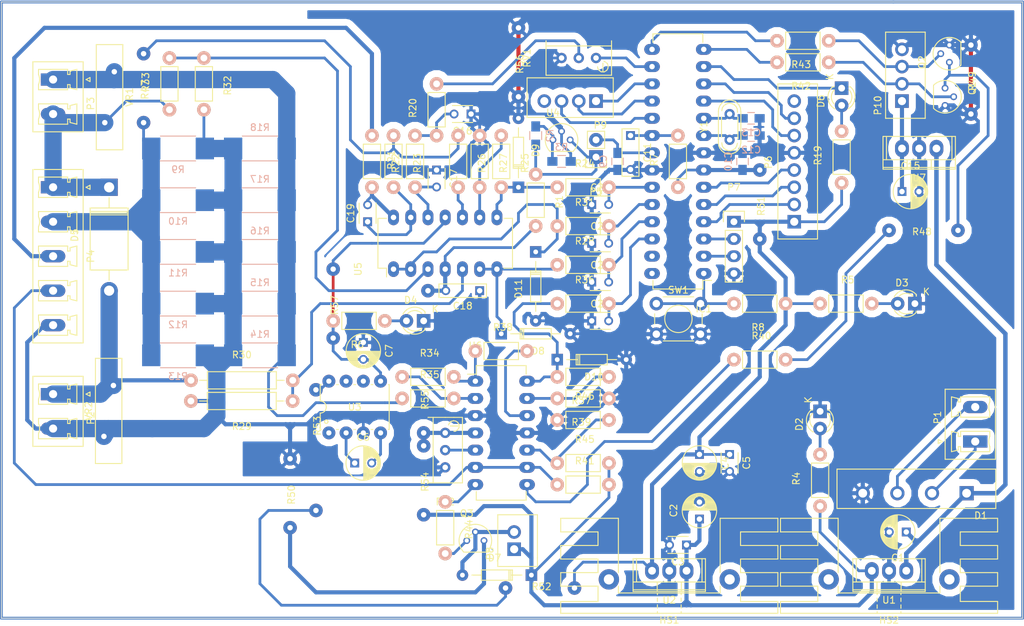
<source format=kicad_pcb>
(kicad_pcb (version 4) (host pcbnew 4.0.4+e1-6308~48~ubuntu14.04.1-stable)
  (layers (0 F.Cu signal) (31 B.Cu signal) (34 B.Paste user) (35 F.Paste user) (36 B.SilkS user) (37 F.SilkS user) (38 B.Mask user) (39 F.Mask user) (44 Edge.Cuts user))
  (net 0 "")
  (net 1 "Net-(IC1-Pad1)")
  (net 2 +5V)
  (net 3 "Net-(C12-Pad1)")
  (net 4 "Net-(C13-Pad1)")
  (net 5 "Net-(IC1-Pad14)")
  (net 6 "Net-(IC1-Pad27)")
  (net 7 "Net-(IC1-Pad28)")
  (net 8 "Net-(U3-Pad1)")
  (net 9 "Net-(C6-Pad1)")
  (net 10 "Net-(C6-Pad2)")
  (net 11 -5V)
  (net 12 "Net-(U3-Pad6)")
  (net 13 "Net-(U3-Pad7)")
  (net 14 "Net-(P5-Pad1)")
  (net 15 "Net-(R2-Pad2)")
  (net 16 17V)
  (net 17 N-)
  (net 18 +12V)
  (net 19 Vref)
  (net 20 12Vrelay)
  (net 21 "Net-(C16-Pad2)")
  (net 22 "Net-(C17-Pad2)")
  (net 23 "Net-(C19-Pad1)")
  (net 24 "Net-(C19-Pad2)")
  (net 25 senIN)
  (net 26 senUN)
  (net 27 senUS)
  (net 28 senIS)
  (net 29 "Net-(D1-Pad2)")
  (net 30 "Net-(D1-Pad4)")
  (net 31 "Net-(D2-Pad2)")
  (net 32 "Net-(D3-Pad2)")
  (net 33 "Net-(D4-Pad2)")
  (net 34 N+)
  (net 35 D)
  (net 36 "Net-(D6-Pad2)")
  (net 37 led)
  (net 38 "Net-(D7-Pad2)")
  (net 39 "Net-(D8-Pad1)")
  (net 40 "Net-(D9-Pad1)")
  (net 41 "Net-(D10-Pad1)")
  (net 42 "Net-(D11-Pad1)")
  (net 43 RX)
  (net 44 TX)
  (net 45 stop)
  (net 46 start)
  (net 47 up)
  (net 48 down)
  (net 49 buzz)
  (net 50 "Net-(IC1-Pad15)")
  (net 51 pwm)
  (net 52 ser)
  (net 53 scr)
  (net 54 rck)
  (net 55 S-)
  (net 56 S)
  (net 57 G)
  (net 58 THa)
  (net 59 "Net-(P6-Pad8)")
  (net 60 "Net-(P9-Pad4)")
  (net 61 onS)
  (net 62 onN)
  (net 63 "Net-(Q1-Pad1)")
  (net 64 "Net-(Q3-Pad1)")
  (net 65 "Net-(R20-Pad2)")
  (net 66 "Net-(R25-Pad1)")
  (net 67 "Net-(R26-Pad2)")
  (net 68 "Net-(R29-Pad1)")
  (net 69 "Net-(R32-Pad1)")
  (net 70 "Net-(R34-Pad1)")
  (net 71 "Net-(R34-Pad2)")
  (net 72 "Net-(R37-Pad1)")
  (net 73 "Net-(R38-Pad2)")
  (net 74 "Net-(R40-Pad1)")
  (net 75 "Net-(R44-Pad1)")
  (net 76 "Net-(R45-Pad1)")
  (net 77 "Net-(RV2-Pad2)")
  (net 78 "Net-(C10-Pad2)")
  (net 79 "Net-(C11-Pad1)")
  (net 80 "Net-(R23-Pad1)")
  (net 81 "Net-(R40-Pad2)")
  (net 82 "Net-(Q3-Pad3)")
  (net 83 "Net-(R52-Pad2)")
  (net 84 "Net-(R53-Pad2)")
  (net 85 12V1)
  (net 86 12V2)
  (module Wire_Connections_Bridges:WireConnection_0.80mmDrill (layer F.Cu) (at 179.705 85.725 90)
    (fp_text reference R51 (at 4.8514 0.2032 90) (layer F.SilkS))
    (fp_text value 0R)
    (pad 1 thru_hole circle (at 0 0 90) (size 1.99898 1.99898) (drill 0.8001) (layers *.Cu *.Mask) (net 2 +5V))
    (pad 2 thru_hole circle (at 10.16 0 90) (size 1.99898 1.99898) (drill 0.8001) (layers *.Cu *.Mask) (net 78 "Net-(C10-Pad2)"))
  )
  (module Heatsinks:Heatsink_Stonecold_HS-132_32x14mm_2xFixation1.5mm (layer F.Cu) (at 166.37 135.89 180)
    (fp_text reference HS1 (at 0 -6 180) (layer F.SilkS))
    (fp_text value HEATSINK)
    (pad 1 thru_hole circle (at -8.9 0 180) (size 3 3) (drill 1.5) (layers *.Cu *.Mask))
    (pad 1 thru_hole circle (at 8.9 0 180) (size 3 3) (drill 1.5) (layers *.Cu *.Mask))
  )
  (module Housings_DIP:DIP-14_W7.62mm_LongPads (layer F.Cu) (at 137.795 106.68)
    (fp_text reference U6 (at 0 -5.22) (layer F.SilkS))
    (fp_text value LM324N)
    (pad 1 thru_hole oval (at 0 0) (size 2.3 1.6) (drill 0.8) (layers *.Cu *.Mask) (net 71 "Net-(R34-Pad2)"))
    (pad 2 thru_hole oval (at 0 2.54) (size 2.3 1.6) (drill 0.8) (layers *.Cu *.Mask) (net 70 "Net-(R34-Pad1)"))
    (pad 3 thru_hole oval (at 0 5.08) (size 2.3 1.6) (drill 0.8) (layers *.Cu *.Mask) (net 17 N-))
    (pad 4 thru_hole oval (at 0 7.62) (size 2.3 1.6) (drill 0.8) (layers *.Cu *.Mask) (net 85 12V1))
    (pad 5 thru_hole oval (at 0 10.16) (size 2.3 1.6) (drill 0.8) (layers *.Cu *.Mask) (net 77 "Net-(RV2-Pad2)"))
    (pad 6 thru_hole oval (at 0 12.7) (size 2.3 1.6) (drill 0.8) (layers *.Cu *.Mask) (net 58 THa))
    (pad 7 thru_hole oval (at 0 15.24) (size 2.3 1.6) (drill 0.8) (layers *.Cu *.Mask) (net 75 "Net-(R44-Pad1)"))
    (pad 8 thru_hole oval (at 7.62 15.24) (size 2.3 1.6) (drill 0.8) (layers *.Cu *.Mask) (net 74 "Net-(R40-Pad1)"))
    (pad 9 thru_hole oval (at 7.62 12.7) (size 2.3 1.6) (drill 0.8) (layers *.Cu *.Mask) (net 58 THa))
    (pad 10 thru_hole oval (at 7.62 10.16) (size 2.3 1.6) (drill 0.8) (layers *.Cu *.Mask) (net 76 "Net-(R45-Pad1)"))
    (pad 11 thru_hole oval (at 7.62 7.62) (size 2.3 1.6) (drill 0.8) (layers *.Cu *.Mask) (net 17 N-))
    (pad 12 thru_hole oval (at 7.62 5.08) (size 2.3 1.6) (drill 0.8) (layers *.Cu *.Mask) (net 73 "Net-(R38-Pad2)"))
    (pad 13 thru_hole oval (at 7.62 2.54) (size 2.3 1.6) (drill 0.8) (layers *.Cu *.Mask) (net 72 "Net-(R37-Pad1)"))
    (pad 14 thru_hole oval (at 7.62 0) (size 2.3 1.6) (drill 0.8) (layers *.Cu *.Mask) (net 41 "Net-(D10-Pad1)"))
  )
  (module Wire_Connections_Bridges:WireConnection_0.80mmDrill (layer F.Cu) (at 210.82 67.31 90)
    (fp_text reference R49 (at 4.8514 0.2032 90) (layer F.SilkS))
    (fp_text value 0R)
    (pad 1 thru_hole circle (at 0 0 90) (size 1.99898 1.99898) (drill 0.8001) (layers *.Cu *.Mask) (net 17 N-))
    (pad 2 thru_hole circle (at 10.16 0 90) (size 1.99898 1.99898) (drill 0.8001) (layers *.Cu *.Mask) (net 17 N-))
  )
  (module Wire_Connections_Bridges:WireConnection_0.80mmDrill (layer F.Cu) (at 110.49 128.27 90)
    (fp_text reference R50 (at 4.8514 0.2032 90) (layer F.SilkS))
    (fp_text value 0R)
    (pad 1 thru_hole circle (at 0 0 90) (size 1.99898 1.99898) (drill 0.8001) (layers *.Cu *.Mask) (net 82 "Net-(Q3-Pad3)"))
    (pad 2 thru_hole circle (at 10.16 0 90) (size 1.99898 1.99898) (drill 0.8001) (layers *.Cu *.Mask) (net 17 N-))
  )
  (module Connectors_Phoenix:PhoenixContact_MCV-G_02x5.08mm_Vertical (layer F.Cu) (at 75.565 108.585 270)
    (fp_text reference P2 (at 3.54 -5.55 270) (layer F.SilkS))
    (fp_text value NGUON)
    (pad 1 thru_hole rect (at 0 0 270) (size 1.8 3.6) (drill 1.2) (layers *.Cu *.Mask) (net 34 N+))
    (pad 2 thru_hole oval (at 5.08 0 270) (size 1.8 3.6) (drill 1.2) (layers *.Cu *.Mask) (net 17 N-))
  )
  (module Resistors_THT:Resistor_Horizontal_RM7mm (layer F.Cu) (at 157.48 109.22 180)
    (fp_text reference R39 (at 4.05892 -3.50012 180) (layer F.SilkS))
    (fp_text value 1k)
    (pad 1 thru_hole circle (at 0 0 180) (size 1.99898 1.99898) (drill 1.00076) (layers *.Cu *.SilkS *.Mask) (net 17 N-))
    (pad 2 thru_hole circle (at 7.62 0 180) (size 1.99898 1.99898) (drill 1.00076) (layers *.Cu *.SilkS *.Mask) (net 72 "Net-(R37-Pad1)"))
  )
  (module Resistors_THT:Resistor_Horizontal_RM7mm (layer F.Cu) (at 138.43 70.485 270)
    (fp_text reference R27 (at 4.05892 -3.50012 270) (layer F.SilkS))
    (fp_text value 1k)
    (pad 1 thru_hole circle (at 0 0 270) (size 1.99898 1.99898) (drill 1.00076) (layers *.Cu *.SilkS *.Mask) (net 17 N-))
    (pad 2 thru_hole circle (at 7.62 0 270) (size 1.99898 1.99898) (drill 1.00076) (layers *.Cu *.SilkS *.Mask) (net 66 "Net-(R25-Pad1)"))
  )
  (module Housings_DIP:DIP-28_W7.62mm_LongPads (layer F.Cu) (at 171.45 90.805 180)
    (fp_text reference IC1 (at 0 -5.22 180) (layer F.SilkS))
    (fp_text value ATMEGA328-P)
    (pad 1 thru_hole oval (at 0 0 180) (size 2.3 1.6) (drill 0.8) (layers *.Cu *.Mask) (net 1 "Net-(IC1-Pad1)"))
    (pad 2 thru_hole oval (at 0 2.54 180) (size 2.3 1.6) (drill 0.8) (layers *.Cu *.Mask) (net 43 RX))
    (pad 3 thru_hole oval (at 0 5.08 180) (size 2.3 1.6) (drill 0.8) (layers *.Cu *.Mask) (net 44 TX))
    (pad 4 thru_hole oval (at 0 7.62 180) (size 2.3 1.6) (drill 0.8) (layers *.Cu *.Mask) (net 45 stop))
    (pad 5 thru_hole oval (at 0 10.16 180) (size 2.3 1.6) (drill 0.8) (layers *.Cu *.Mask) (net 46 start))
    (pad 6 thru_hole oval (at 0 12.7 180) (size 2.3 1.6) (drill 0.8) (layers *.Cu *.Mask) (net 47 up))
    (pad 7 thru_hole oval (at 0 15.24 180) (size 2.3 1.6) (drill 0.8) (layers *.Cu *.Mask) (net 78 "Net-(C10-Pad2)"))
    (pad 8 thru_hole oval (at 0 17.78 180) (size 2.3 1.6) (drill 0.8) (layers *.Cu *.Mask) (net 17 N-))
    (pad 9 thru_hole oval (at 0 20.32 180) (size 2.3 1.6) (drill 0.8) (layers *.Cu *.Mask) (net 3 "Net-(C12-Pad1)"))
    (pad 10 thru_hole oval (at 0 22.86 180) (size 2.3 1.6) (drill 0.8) (layers *.Cu *.Mask) (net 4 "Net-(C13-Pad1)"))
    (pad 11 thru_hole oval (at 0 25.4 180) (size 2.3 1.6) (drill 0.8) (layers *.Cu *.Mask) (net 48 down))
    (pad 12 thru_hole oval (at 0 27.94 180) (size 2.3 1.6) (drill 0.8) (layers *.Cu *.Mask) (net 49 buzz))
    (pad 13 thru_hole oval (at 0 30.48 180) (size 2.3 1.6) (drill 0.8) (layers *.Cu *.Mask) (net 37 led))
    (pad 14 thru_hole oval (at 0 33.02 180) (size 2.3 1.6) (drill 0.8) (layers *.Cu *.Mask) (net 5 "Net-(IC1-Pad14)"))
    (pad 15 thru_hole oval (at 7.62 33.02 180) (size 2.3 1.6) (drill 0.8) (layers *.Cu *.Mask) (net 50 "Net-(IC1-Pad15)"))
    (pad 16 thru_hole oval (at 7.62 30.48 180) (size 2.3 1.6) (drill 0.8) (layers *.Cu *.Mask) (net 51 pwm))
    (pad 17 thru_hole oval (at 7.62 27.94 180) (size 2.3 1.6) (drill 0.8) (layers *.Cu *.Mask) (net 52 ser))
    (pad 18 thru_hole oval (at 7.62 25.4 180) (size 2.3 1.6) (drill 0.8) (layers *.Cu *.Mask) (net 53 scr))
    (pad 19 thru_hole oval (at 7.62 22.86 180) (size 2.3 1.6) (drill 0.8) (layers *.Cu *.Mask) (net 54 rck))
    (pad 20 thru_hole oval (at 7.62 20.32 180) (size 2.3 1.6) (drill 0.8) (layers *.Cu *.Mask) (net 79 "Net-(C11-Pad1)"))
    (pad 21 thru_hole oval (at 7.62 17.78 180) (size 2.3 1.6) (drill 0.8) (layers *.Cu *.Mask) (net 19 Vref))
    (pad 22 thru_hole oval (at 7.62 15.24 180) (size 2.3 1.6) (drill 0.8) (layers *.Cu *.Mask) (net 17 N-))
    (pad 23 thru_hole oval (at 7.62 12.7 180) (size 2.3 1.6) (drill 0.8) (layers *.Cu *.Mask) (net 25 senIN))
    (pad 24 thru_hole oval (at 7.62 10.16 180) (size 2.3 1.6) (drill 0.8) (layers *.Cu *.Mask) (net 27 senUS))
    (pad 25 thru_hole oval (at 7.62 7.62 180) (size 2.3 1.6) (drill 0.8) (layers *.Cu *.Mask) (net 26 senUN))
    (pad 26 thru_hole oval (at 7.62 5.08 180) (size 2.3 1.6) (drill 0.8) (layers *.Cu *.Mask) (net 28 senIS))
    (pad 27 thru_hole oval (at 7.62 2.54 180) (size 2.3 1.6) (drill 0.8) (layers *.Cu *.Mask) (net 6 "Net-(IC1-Pad27)"))
    (pad 28 thru_hole oval (at 7.62 0 180) (size 2.3 1.6) (drill 0.8) (layers *.Cu *.Mask) (net 7 "Net-(IC1-Pad28)"))
  )
  (module Crystals:Crystal_HC52-U_Vertical (layer F.Cu) (at 175.26 69.215 90)
    (fp_text reference Y1 (at 0 -3.81 90) (layer F.SilkS))
    (fp_text value 16MHz)
    (pad 1 thru_hole circle (at -1.89992 0 90) (size 1.50114 1.50114) (drill 0.8001) (layers *.Cu *.Mask) (net 3 "Net-(C12-Pad1)"))
    (pad 2 thru_hole circle (at 1.89992 0 90) (size 1.50114 1.50114) (drill 0.8001) (layers *.Cu *.Mask) (net 4 "Net-(C13-Pad1)"))
  )
  (module Capacitors_THT:C_Radial_D5_L6_P2.5 (layer F.Cu) (at 201.295 128.905 180)
    (fp_text reference C1 (at 1.25 -3.8 180) (layer F.SilkS))
    (fp_text value 220uF-50V)
    (pad 1 thru_hole rect (at 0 0 180) (size 1.3 1.3) (drill 0.8) (layers *.Cu *.Mask) (net 16 17V))
    (pad 2 thru_hole circle (at 2.5 0 180) (size 1.3 1.3) (drill 0.8) (layers *.Cu *.Mask) (net 17 N-))
  )
  (module Capacitors_THT:C_Radial_D5_L6_P2.5 (layer F.Cu) (at 170.815 127 90)
    (fp_text reference C2 (at 1.25 -3.8 90) (layer F.SilkS))
    (fp_text value 220F-25V)
    (pad 1 thru_hole rect (at 0 0 90) (size 1.3 1.3) (drill 0.8) (layers *.Cu *.Mask) (net 18 +12V))
    (pad 2 thru_hole circle (at 2.5 0 90) (size 1.3 1.3) (drill 0.8) (layers *.Cu *.Mask) (net 17 N-))
  )
  (module Capacitors_THT:C_Disc_D3_P2.5 (layer F.Cu) (at 168.91 130.81 180)
    (fp_text reference C3 (at 1.25 -2.5 180) (layer F.SilkS))
    (fp_text value 100nF)
    (pad 1 thru_hole rect (at 0 0 180) (size 1.3 1.3) (drill 0.8) (layers *.Cu *.Mask) (net 18 +12V))
    (pad 2 thru_hole circle (at 2.5 0 180) (size 1.3 1.3) (drill 0.8001) (layers *.Cu *.Mask) (net 17 N-))
  )
  (module Capacitors_THT:C_Radial_D5_L6_P2.5 (layer F.Cu) (at 170.815 117.475 270)
    (fp_text reference C4 (at 1.25 -3.8 270) (layer F.SilkS))
    (fp_text value 470uF-25V)
    (pad 1 thru_hole rect (at 0 0 270) (size 1.3 1.3) (drill 0.8) (layers *.Cu *.Mask) (net 2 +5V))
    (pad 2 thru_hole circle (at 2.5 0 270) (size 1.3 1.3) (drill 0.8) (layers *.Cu *.Mask) (net 17 N-))
  )
  (module Capacitors_THT:C_Disc_D3_P2.5 (layer F.Cu) (at 175.26 117.475 270)
    (fp_text reference C5 (at 1.25 -2.5 270) (layer F.SilkS))
    (fp_text value 100nF)
    (pad 1 thru_hole rect (at 0 0 270) (size 1.3 1.3) (drill 0.8) (layers *.Cu *.Mask) (net 2 +5V))
    (pad 2 thru_hole circle (at 2.5 0 270) (size 1.3 1.3) (drill 0.8001) (layers *.Cu *.Mask) (net 17 N-))
  )
  (module Capacitors_THT:C_Radial_D5_L6_P2.5 (layer F.Cu) (at 120.015 118.745)
    (fp_text reference C6 (at 1.25 -3.8) (layer F.SilkS))
    (fp_text value 10uF-25V)
    (pad 1 thru_hole rect (at 0 0) (size 1.3 1.3) (drill 0.8) (layers *.Cu *.Mask) (net 9 "Net-(C6-Pad1)"))
    (pad 2 thru_hole circle (at 2.5 0) (size 1.3 1.3) (drill 0.8) (layers *.Cu *.Mask) (net 10 "Net-(C6-Pad2)"))
  )
  (module Capacitors_THT:C_Radial_D5_L6_P2.5 (layer F.Cu) (at 121.285 100.965 270)
    (fp_text reference C7 (at 1.25 -3.8 270) (layer F.SilkS))
    (fp_text value 10uF-25V)
    (pad 1 thru_hole rect (at 0 0 270) (size 1.3 1.3) (drill 0.8) (layers *.Cu *.Mask) (net 17 N-))
    (pad 2 thru_hole circle (at 2.5 0 270) (size 1.3 1.3) (drill 0.8) (layers *.Cu *.Mask) (net 11 -5V))
  )
  (module Capacitors_THT:C_Radial_D5_L6_P2.5 (layer F.Cu) (at 200.66 78.74)
    (fp_text reference C15 (at 1.25 -3.8) (layer F.SilkS))
    (fp_text value 220F-25V)
    (pad 1 thru_hole rect (at 0 0) (size 1.3 1.3) (drill 0.8) (layers *.Cu *.Mask) (net 20 12Vrelay))
    (pad 2 thru_hole circle (at 2.5 0) (size 1.3 1.3) (drill 0.8) (layers *.Cu *.Mask) (net 17 N-))
  )
  (module Diodes_THT:Diode_Bridge_18.5x5.5 (layer F.Cu) (at 210.185 123.19 180)
    (fp_text reference D1 (at -2.1 -3.3 180) (layer F.SilkS))
    (fp_text value Diode_Bridge)
    (pad 3 thru_hole rect (at 0 0 180) (size 2.1 2.1) (drill 1.3) (layers *.Cu *.Mask) (net 16 17V))
    (pad 2 thru_hole circle (at 5.1 0 180) (size 2.1 2.1) (drill 1.3) (layers *.Cu *.Mask) (net 29 "Net-(D1-Pad2)"))
    (pad 1 thru_hole circle (at 15.3 0 180) (size 2.1 2.1) (drill 1.3) (layers *.Cu *.Mask) (net 17 N-))
    (pad 4 thru_hole circle (at 10.2 0 180) (size 2.1 2.1) (drill 1.3) (layers *.Cu *.Mask) (net 30 "Net-(D1-Pad4)"))
  )
  (module Diodes_THT:Diode_DO-201AD_Horizontal_RM15 (layer F.Cu) (at 83.82 78.105 270)
    (fp_text reference D5 (at 7.06722 5.07704 270) (layer F.SilkS))
    (fp_text value 1N5402)
    (pad 2 thru_hole circle (at 15.24122 -0.00296 90) (size 2.54 2.54) (drill 1.50114) (layers *.Cu *.Mask) (net 34 N+))
    (pad 1 thru_hole rect (at 0.00122 -0.00296 90) (size 2.54 2.54) (drill 1.50114) (layers *.Cu *.Mask) (net 35 D))
  )
  (module Heatsinks:Heatsink_Stonecold_HS-132_32x14mm_2xFixation1.5mm (layer F.Cu) (at 198.755 135.89 180)
    (fp_text reference HS2 (at 0 -6 180) (layer F.SilkS))
    (fp_text value HEATSINK)
    (pad 1 thru_hole circle (at -8.9 0 180) (size 3 3) (drill 1.5) (layers *.Cu *.Mask))
    (pad 1 thru_hole circle (at 8.9 0 180) (size 3 3) (drill 1.5) (layers *.Cu *.Mask))
  )
  (module Connectors_Phoenix:PhoenixContact_MCV-G_02x5.08mm_Vertical (layer F.Cu) (at 211.455 115.57 90)
    (fp_text reference P1 (at 3.54 -5.55 90) (layer F.SilkS))
    (fp_text value 12VAC)
    (pad 1 thru_hole rect (at 0 0 90) (size 1.8 3.6) (drill 1.2) (layers *.Cu *.Mask) (net 29 "Net-(D1-Pad2)"))
    (pad 2 thru_hole oval (at 5.08 0 90) (size 1.8 3.6) (drill 1.2) (layers *.Cu *.Mask) (net 30 "Net-(D1-Pad4)"))
  )
  (module Connectors_Phoenix:PhoenixContact_MCV-G_02x5.08mm_Vertical (layer F.Cu) (at 75.565 62.23 270)
    (fp_text reference P3 (at 3.54 -5.55 270) (layer F.SilkS))
    (fp_text value SAC)
    (pad 1 thru_hole rect (at 0 0 270) (size 1.8 3.6) (drill 1.2) (layers *.Cu *.Mask) (net 55 S-))
    (pad 2 thru_hole oval (at 5.08 0 270) (size 1.8 3.6) (drill 1.2) (layers *.Cu *.Mask) (net 35 D))
  )
  (module Connectors_Phoenix:PhoenixContact_MCV-G_05x5.08mm_Vertical (layer F.Cu) (at 75.565 78.105 270)
    (fp_text reference P4 (at 10.16 -5.55 270) (layer F.SilkS))
    (fp_text value 12N60C)
    (pad 1 thru_hole rect (at 0 0 270) (size 1.8 3.6) (drill 1.2) (layers *.Cu *.Mask) (net 35 D))
    (pad 2 thru_hole oval (at 5.08 0 270) (size 1.8 3.6) (drill 1.2) (layers *.Cu *.Mask) (net 56 S))
    (pad 3 thru_hole oval (at 10.16 0 270) (size 1.8 3.6) (drill 1.2) (layers *.Cu *.Mask) (net 57 G))
    (pad 4 thru_hole oval (at 15.24 0 270) (size 1.8 3.6) (drill 1.2) (layers *.Cu *.Mask) (net 58 THa))
    (pad 5 thru_hole oval (at 20.32 0 270) (size 1.8 3.6) (drill 1.2) (layers *.Cu *.Mask) (net 17 N-))
  )
  (module Pin_Headers:Pin_Header_Straight_1x02 (layer F.Cu) (at 155.575 73.66 180)
    (fp_text reference P5 (at 0 -5.1 180) (layer F.SilkS))
    (fp_text value CONN_01X02)
    (pad 1 thru_hole rect (at 0 0 180) (size 2.032 2.032) (drill 1.016) (layers *.Cu *.Mask) (net 14 "Net-(P5-Pad1)"))
    (pad 2 thru_hole oval (at 0 2.54 180) (size 2.032 2.032) (drill 1.016) (layers *.Cu *.Mask) (net 19 Vref))
  )
  (module Resistors_THT:Resistor_Horizontal_RM7mm (layer F.Cu) (at 146.685 76.2 270)
    (fp_text reference R1 (at 4.05892 -3.50012 270) (layer F.SilkS))
    (fp_text value 1k)
    (pad 1 thru_hole circle (at 0 0 270) (size 1.99898 1.99898) (drill 1.00076) (layers *.Cu *.SilkS *.Mask) (net 14 "Net-(P5-Pad1)"))
    (pad 2 thru_hole circle (at 7.62 0 270) (size 1.99898 1.99898) (drill 1.00076) (layers *.Cu *.SilkS *.Mask) (net 86 12V2))
  )
  (module Resistors_SMD:R_2512_HandSoldering (layer B.Cu) (at 93.98 72.39)
    (fp_text reference R9 (at 0 3.1) (layer B.SilkS) (effects (justify mirror)))
    (fp_text value 0.5R)
    (pad 1 smd rect (at -3.95 0) (size 2.7 3.2) (layers B.Cu B.Paste B.Mask) (net 56 S))
    (pad 2 smd rect (at 3.95 0) (size 2.7 3.2) (layers B.Cu B.Paste B.Mask) (net 17 N-))
  )
  (module Resistors_SMD:R_2512_HandSoldering (layer B.Cu) (at 93.98 80.01)
    (fp_text reference R10 (at 0 3.1) (layer B.SilkS) (effects (justify mirror)))
    (fp_text value 0.5R)
    (pad 1 smd rect (at -3.95 0) (size 2.7 3.2) (layers B.Cu B.Paste B.Mask) (net 56 S))
    (pad 2 smd rect (at 3.95 0) (size 2.7 3.2) (layers B.Cu B.Paste B.Mask) (net 17 N-))
  )
  (module Resistors_SMD:R_2512_HandSoldering (layer B.Cu) (at 93.98 87.63)
    (fp_text reference R11 (at 0 3.1) (layer B.SilkS) (effects (justify mirror)))
    (fp_text value 0.5R)
    (pad 1 smd rect (at -3.95 0) (size 2.7 3.2) (layers B.Cu B.Paste B.Mask) (net 56 S))
    (pad 2 smd rect (at 3.95 0) (size 2.7 3.2) (layers B.Cu B.Paste B.Mask) (net 17 N-))
  )
  (module Resistors_SMD:R_2512_HandSoldering (layer B.Cu) (at 93.98 95.25)
    (fp_text reference R12 (at 0 3.1) (layer B.SilkS) (effects (justify mirror)))
    (fp_text value 0.5R)
    (pad 1 smd rect (at -3.95 0) (size 2.7 3.2) (layers B.Cu B.Paste B.Mask) (net 56 S))
    (pad 2 smd rect (at 3.95 0) (size 2.7 3.2) (layers B.Cu B.Paste B.Mask) (net 17 N-))
  )
  (module Resistors_SMD:R_2512_HandSoldering (layer B.Cu) (at 93.98 102.87)
    (fp_text reference R13 (at 0 3.1) (layer B.SilkS) (effects (justify mirror)))
    (fp_text value 0.5R)
    (pad 1 smd rect (at -3.95 0) (size 2.7 3.2) (layers B.Cu B.Paste B.Mask) (net 56 S))
    (pad 2 smd rect (at 3.95 0) (size 2.7 3.2) (layers B.Cu B.Paste B.Mask) (net 17 N-))
  )
  (module Resistors_SMD:R_2512_HandSoldering (layer B.Cu) (at 106.045 102.87 180)
    (fp_text reference R14 (at 0 3.1 180) (layer B.SilkS) (effects (justify mirror)))
    (fp_text value 0.5R)
    (pad 1 smd rect (at -3.95 0 180) (size 2.7 3.2) (layers B.Cu B.Paste B.Mask) (net 55 S-))
    (pad 2 smd rect (at 3.95 0 180) (size 2.7 3.2) (layers B.Cu B.Paste B.Mask) (net 17 N-))
  )
  (module Resistors_SMD:R_2512_HandSoldering (layer B.Cu) (at 106.045 95.25 180)
    (fp_text reference R15 (at 0 3.1 180) (layer B.SilkS) (effects (justify mirror)))
    (fp_text value 0.5R)
    (pad 1 smd rect (at -3.95 0 180) (size 2.7 3.2) (layers B.Cu B.Paste B.Mask) (net 55 S-))
    (pad 2 smd rect (at 3.95 0 180) (size 2.7 3.2) (layers B.Cu B.Paste B.Mask) (net 17 N-))
  )
  (module Resistors_SMD:R_2512_HandSoldering (layer B.Cu) (at 106.045 87.63 180)
    (fp_text reference R16 (at 0 3.1 180) (layer B.SilkS) (effects (justify mirror)))
    (fp_text value 0.5R)
    (pad 1 smd rect (at -3.95 0 180) (size 2.7 3.2) (layers B.Cu B.Paste B.Mask) (net 55 S-))
    (pad 2 smd rect (at 3.95 0 180) (size 2.7 3.2) (layers B.Cu B.Paste B.Mask) (net 17 N-))
  )
  (module Resistors_SMD:R_2512_HandSoldering (layer B.Cu) (at 106.045 80.01 180)
    (fp_text reference R17 (at 0 3.1 180) (layer B.SilkS) (effects (justify mirror)))
    (fp_text value 0.5R)
    (pad 1 smd rect (at -3.95 0 180) (size 2.7 3.2) (layers B.Cu B.Paste B.Mask) (net 55 S-))
    (pad 2 smd rect (at 3.95 0 180) (size 2.7 3.2) (layers B.Cu B.Paste B.Mask) (net 17 N-))
  )
  (module Resistors_SMD:R_2512_HandSoldering (layer B.Cu) (at 106.045 72.39 180)
    (fp_text reference R18 (at 0 3.1 180) (layer B.SilkS) (effects (justify mirror)))
    (fp_text value 0.5R)
    (pad 1 smd rect (at -3.95 0 180) (size 2.7 3.2) (layers B.Cu B.Paste B.Mask) (net 55 S-))
    (pad 2 smd rect (at 3.95 0 180) (size 2.7 3.2) (layers B.Cu B.Paste B.Mask) (net 17 N-))
  )
  (module Potentiometers:Potentiometer_Bourns_3296W_3-8Zoll_Inline_ScrewUp (layer F.Cu) (at 155.575 59.055 90)
    (fp_text reference RV1 (at 0 -10.16 90) (layer F.SilkS))
    (fp_text value 10k)
    (pad 2 thru_hole circle (at 0 -2.54 90) (size 1.524 1.524) (drill 0.8128) (layers *.Cu *.Mask) (net 65 "Net-(R20-Pad2)"))
    (pad 3 thru_hole circle (at 0 -5.08 90) (size 1.524 1.524) (drill 0.8128) (layers *.Cu *.Mask) (net 17 N-))
    (pad 1 thru_hole circle (at 0 0 90) (size 1.524 1.524) (drill 0.8128) (layers *.Cu *.Mask) (net 51 pwm))
  )
  (module Potentiometers:Potentiometer_Bourns_3296W_3-8Zoll_Inline_ScrewUp (layer F.Cu) (at 133.35 114.3 180)
    (fp_text reference RV2 (at 0 -10.16 180) (layer F.SilkS))
    (fp_text value 20k)
    (pad 2 thru_hole circle (at 0 -2.54 180) (size 1.524 1.524) (drill 0.8128) (layers *.Cu *.Mask) (net 77 "Net-(RV2-Pad2)"))
    (pad 3 thru_hole circle (at 0 -5.08 180) (size 1.524 1.524) (drill 0.8128) (layers *.Cu *.Mask) (net 17 N-))
    (pad 1 thru_hole circle (at 0 0 180) (size 1.524 1.524) (drill 0.8128) (layers *.Cu *.Mask) (net 85 12V1))
  )
  (module Power_Integrations:PDIP-8 (layer F.Cu) (at 120.015 110.49)
    (fp_text reference U3 (at 0 0) (layer F.SilkS))
    (fp_text value ICL7660)
    (pad 1 thru_hole circle (at -3.81 3.81) (size 1.905 1.905) (drill 0.762) (layers *.Cu *.Mask) (net 8 "Net-(U3-Pad1)"))
    (pad 2 thru_hole circle (at -1.27 3.81) (size 1.905 1.905) (drill 0.762) (layers *.Cu *.Mask) (net 9 "Net-(C6-Pad1)"))
    (pad 3 thru_hole circle (at 1.27 3.81) (size 1.905 1.905) (drill 0.762) (layers *.Cu *.Mask) (net 17 N-))
    (pad 4 thru_hole circle (at 3.81 3.81) (size 1.905 1.905) (drill 0.762) (layers *.Cu *.Mask) (net 10 "Net-(C6-Pad2)"))
    (pad 5 thru_hole circle (at 3.81 -3.81) (size 1.905 1.905) (drill 0.762) (layers *.Cu *.Mask) (net 11 -5V))
    (pad 6 thru_hole circle (at 1.27 -3.81) (size 1.905 1.905) (drill 0.762) (layers *.Cu *.Mask) (net 12 "Net-(U3-Pad6)"))
    (pad 7 thru_hole circle (at -1.27 -3.81) (size 1.905 1.905) (drill 0.762) (layers *.Cu *.Mask) (net 13 "Net-(U3-Pad7)"))
    (pad 8 thru_hole circle (at -3.81 -3.81) (size 1.905 1.905) (drill 0.762) (layers *.Cu *.Mask) (net 84 "Net-(R53-Pad2)"))
  )
  (module Housings_DIP:DIP-14_W7.62mm_LongPads (layer F.Cu) (at 125.73 90.17 90)
    (fp_text reference U5 (at 0 -5.22 90) (layer F.SilkS))
    (fp_text value LM324N)
    (pad 1 thru_hole oval (at 0 0 90) (size 2.3 1.6) (drill 0.8) (layers *.Cu *.Mask) (net 42 "Net-(D11-Pad1)"))
    (pad 2 thru_hole oval (at 0 2.54 90) (size 2.3 1.6) (drill 0.8) (layers *.Cu *.Mask) (net 42 "Net-(D11-Pad1)"))
    (pad 3 thru_hole oval (at 0 5.08 90) (size 2.3 1.6) (drill 0.8) (layers *.Cu *.Mask) (net 69 "Net-(R32-Pad1)"))
    (pad 4 thru_hole oval (at 0 7.62 90) (size 2.3 1.6) (drill 0.8) (layers *.Cu *.Mask) (net 86 12V2))
    (pad 5 thru_hole oval (at 0 10.16 90) (size 2.3 1.6) (drill 0.8) (layers *.Cu *.Mask) (net 68 "Net-(R29-Pad1)"))
    (pad 6 thru_hole oval (at 0 12.7 90) (size 2.3 1.6) (drill 0.8) (layers *.Cu *.Mask) (net 39 "Net-(D8-Pad1)"))
    (pad 7 thru_hole oval (at 0 15.24 90) (size 2.3 1.6) (drill 0.8) (layers *.Cu *.Mask) (net 39 "Net-(D8-Pad1)"))
    (pad 8 thru_hole oval (at 7.62 15.24 90) (size 2.3 1.6) (drill 0.8) (layers *.Cu *.Mask) (net 40 "Net-(D9-Pad1)"))
    (pad 9 thru_hole oval (at 7.62 12.7 90) (size 2.3 1.6) (drill 0.8) (layers *.Cu *.Mask) (net 66 "Net-(R25-Pad1)"))
    (pad 10 thru_hole oval (at 7.62 10.16 90) (size 2.3 1.6) (drill 0.8) (layers *.Cu *.Mask) (net 67 "Net-(R26-Pad2)"))
    (pad 11 thru_hole oval (at 7.62 7.62 90) (size 2.3 1.6) (drill 0.8) (layers *.Cu *.Mask) (net 11 -5V))
    (pad 12 thru_hole oval (at 7.62 5.08 90) (size 2.3 1.6) (drill 0.8) (layers *.Cu *.Mask) (net 22 "Net-(C17-Pad2)"))
    (pad 13 thru_hole oval (at 7.62 2.54 90) (size 2.3 1.6) (drill 0.8) (layers *.Cu *.Mask) (net 23 "Net-(C19-Pad1)"))
    (pad 14 thru_hole oval (at 7.62 0 90) (size 2.3 1.6) (drill 0.8) (layers *.Cu *.Mask) (net 24 "Net-(C19-Pad2)"))
  )
  (module Power_Integrations:TO-220 (layer F.Cu) (at 198.755 134.62 180)
    (fp_text reference U1 (at 0 -4.318 180) (layer F.SilkS))
    (fp_text value LM7812CT)
    (pad 2 thru_hole oval (at 0 0 180) (size 2.032 2.54) (drill 1.143) (layers *.Cu *.Mask) (net 17 N-))
    (pad 3 thru_hole oval (at 2.54 0 180) (size 2.032 2.54) (drill 1.143) (layers *.Cu *.Mask) (net 18 +12V))
    (pad 1 thru_hole oval (at -2.54 0 180) (size 2.032 2.54) (drill 1.143) (layers *.Cu *.Mask) (net 16 17V))
  )
  (module Power_Integrations:TO-220 (layer F.Cu) (at 166.37 134.62 180)
    (fp_text reference U2 (at 0 -4.318 180) (layer F.SilkS))
    (fp_text value LM7805CT)
    (pad 2 thru_hole oval (at 0 0 180) (size 2.032 2.54) (drill 1.143) (layers *.Cu *.Mask) (net 17 N-))
    (pad 3 thru_hole oval (at 2.54 0 180) (size 2.032 2.54) (drill 1.143) (layers *.Cu *.Mask) (net 2 +5V))
    (pad 1 thru_hole oval (at -2.54 0 180) (size 2.032 2.54) (drill 1.143) (layers *.Cu *.Mask) (net 18 +12V))
  )
  (module Power_Integrations:TO-220 (layer F.Cu) (at 203.2 72.39 180)
    (fp_text reference U7 (at 0 -4.318 180) (layer F.SilkS))
    (fp_text value LM7812CT)
    (pad 2 thru_hole oval (at 0 0 180) (size 2.032 2.54) (drill 1.143) (layers *.Cu *.Mask) (net 17 N-))
    (pad 3 thru_hole oval (at 2.54 0 180) (size 2.032 2.54) (drill 1.143) (layers *.Cu *.Mask) (net 20 12Vrelay))
    (pad 1 thru_hole oval (at -2.54 0 180) (size 2.032 2.54) (drill 1.143) (layers *.Cu *.Mask) (net 16 17V))
  )
  (module Connectors:XH2.54-8P (layer F.Cu) (at 184.785 83.185 90)
    (fp_text reference P6 (at 8.763 -3.81 90) (layer F.SilkS))
    (fp_text value button)
    (pad 1 thru_hole rect (at 0 0 90) (size 2 2) (drill 1.2) (layers *.Cu *.Mask) (net 2 +5V))
    (pad 2 thru_hole circle (at 2.54 0 90) (size 2 2) (drill 1.2) (layers *.Cu *.Mask) (net 45 stop))
    (pad 3 thru_hole circle (at 5.08 0 90) (size 2 2) (drill 1.2) (layers *.Cu *.Mask) (net 46 start))
    (pad 4 thru_hole circle (at 7.62 0 90) (size 2 2) (drill 1.2) (layers *.Cu *.Mask) (net 47 up))
    (pad 5 thru_hole circle (at 10.16 0 90) (size 2 2) (drill 1.2) (layers *.Cu *.Mask) (net 17 N-))
    (pad 6 thru_hole circle (at 12.7 0 90) (size 2 2) (drill 1.2) (layers *.Cu *.Mask) (net 48 down))
    (pad 7 thru_hole circle (at 15.24 0 90) (size 2 2) (drill 1.2) (layers *.Cu *.Mask) (net 49 buzz))
    (pad 8 thru_hole circle (at 17.78 0 90) (size 2 2) (drill 1.2) (layers *.Cu *.Mask) (net 59 "Net-(P6-Pad8)"))
  )
  (module Connectors:XH2.54-2P (layer F.Cu) (at 143.51 131.445 90)
    (fp_text reference P8 (at -0.635 -3.556 90) (layer F.SilkS))
    (fp_text value FAN)
    (pad 1 thru_hole rect (at 0 0 90) (size 2 2) (drill 1.2) (layers *.Cu *.Mask) (net 18 +12V))
    (pad 2 thru_hole circle (at 2.54 0 90) (size 2 2) (drill 1.2) (layers *.Cu *.Mask) (net 38 "Net-(D7-Pad2)"))
  )
  (module Connectors:XH2.54-4P (layer F.Cu) (at 155.575 65.405 180)
    (fp_text reference P9 (at -0.635 -3.556 180) (layer F.SilkS))
    (fp_text value 7-seg)
    (pad 1 thru_hole rect (at 0 0 180) (size 2 2) (drill 1.2) (layers *.Cu *.Mask) (net 52 ser))
    (pad 2 thru_hole circle (at 2.54 0 180) (size 2 2) (drill 1.2) (layers *.Cu *.Mask) (net 53 scr))
    (pad 3 thru_hole circle (at 5.08 0 180) (size 2 2) (drill 1.2) (layers *.Cu *.Mask) (net 54 rck))
    (pad 4 thru_hole circle (at 7.62 0 180) (size 2 2) (drill 1.2) (layers *.Cu *.Mask) (net 60 "Net-(P9-Pad4)"))
  )
  (module Connectors:XH2.54-4P (layer F.Cu) (at 200.66 65.405 90)
    (fp_text reference P10 (at -0.635 -3.556 90) (layer F.SilkS))
    (fp_text value relay)
    (pad 1 thru_hole rect (at 0 0 90) (size 2 2) (drill 1.2) (layers *.Cu *.Mask) (net 20 12Vrelay))
    (pad 2 thru_hole circle (at 2.54 0 90) (size 2 2) (drill 1.2) (layers *.Cu *.Mask) (net 62 onN))
    (pad 3 thru_hole circle (at 5.08 0 90) (size 2 2) (drill 1.2) (layers *.Cu *.Mask) (net 61 onS))
    (pad 4 thru_hole circle (at 7.62 0 90) (size 2 2) (drill 1.2) (layers *.Cu *.Mask) (net 17 N-))
  )
  (module Pin_Headers:Pin_Header_Straight_1x04 (layer F.Cu) (at 175.895 83.185)
    (fp_text reference P7 (at 0 -5.1) (layer F.SilkS))
    (fp_text value UART)
    (pad 1 thru_hole rect (at 0 0) (size 2.032 1.7272) (drill 1.016) (layers *.Cu *.Mask) (net 2 +5V))
    (pad 2 thru_hole oval (at 0 2.54) (size 2.032 1.7272) (drill 1.016) (layers *.Cu *.Mask) (net 44 TX))
    (pad 3 thru_hole oval (at 0 5.08) (size 2.032 1.7272) (drill 1.016) (layers *.Cu *.Mask) (net 43 RX))
    (pad 4 thru_hole oval (at 0 7.62) (size 2.032 1.7272) (drill 1.016) (layers *.Cu *.Mask) (net 17 N-))
  )
  (module Capacitors_SMD:C_0805_HandSoldering (layer B.Cu) (at 178.435 70.485)
    (fp_text reference C12 (at 0 2.1) (layer B.SilkS) (effects (justify mirror)))
    (fp_text value 22pF)
    (pad 1 smd rect (at -1.25 0) (size 1.5 1.25) (layers B.Cu B.Paste B.Mask) (net 3 "Net-(C12-Pad1)"))
    (pad 2 smd rect (at 1.25 0) (size 1.5 1.25) (layers B.Cu B.Paste B.Mask) (net 17 N-))
  )
  (module Capacitors_SMD:C_0805_HandSoldering (layer B.Cu) (at 178.435 67.945)
    (fp_text reference C13 (at 0 2.1) (layer B.SilkS) (effects (justify mirror)))
    (fp_text value 22pF)
    (pad 1 smd rect (at -1.25 0) (size 1.5 1.25) (layers B.Cu B.Paste B.Mask) (net 4 "Net-(C13-Pad1)"))
    (pad 2 smd rect (at 1.25 0) (size 1.5 1.25) (layers B.Cu B.Paste B.Mask) (net 17 N-))
  )
  (module LEDs:LED-3MM (layer F.Cu) (at 188.595 111.125 270)
    (fp_text reference D2 (at 1.91 3.06 270) (layer F.SilkS))
    (fp_text value Led_Small)
    (fp_text user K (at -1.69 1.74 270) (layer F.SilkS))
    (pad 1 thru_hole rect (at 0 0) (size 2 2) (drill 1.00076) (layers *.Cu *.Mask) (net 17 N-))
    (pad 2 thru_hole circle (at 2.54 0 270) (size 2 2) (drill 1.00076) (layers *.Cu *.Mask) (net 31 "Net-(D2-Pad2)"))
  )
  (module LEDs:LED-3MM (layer F.Cu) (at 202.565 95.25 180)
    (fp_text reference D3 (at 1.91 3.06 180) (layer F.SilkS))
    (fp_text value Led_Small)
    (fp_text user K (at -1.69 1.74 180) (layer F.SilkS))
    (pad 1 thru_hole rect (at 0 0 270) (size 2 2) (drill 1.00076) (layers *.Cu *.Mask) (net 17 N-))
    (pad 2 thru_hole circle (at 2.54 0 180) (size 2 2) (drill 1.00076) (layers *.Cu *.Mask) (net 32 "Net-(D3-Pad2)"))
  )
  (module LEDs:LED-3MM (layer F.Cu) (at 130.175 97.79 180)
    (fp_text reference D4 (at 1.91 3.06 180) (layer F.SilkS))
    (fp_text value Led_Small)
    (fp_text user K (at -1.69 1.74 180) (layer F.SilkS))
    (pad 1 thru_hole rect (at 0 0 270) (size 2 2) (drill 1.00076) (layers *.Cu *.Mask) (net 17 N-))
    (pad 2 thru_hole circle (at 2.54 0 180) (size 2 2) (drill 1.00076) (layers *.Cu *.Mask) (net 33 "Net-(D4-Pad2)"))
  )
  (module Buttons_Switches_THT:SW_PUSH_6mm (layer F.Cu) (at 164.465 95.25)
    (fp_text reference SW1 (at 3.25 -2) (layer F.SilkS))
    (fp_text value reset)
    (pad 2 thru_hole circle (at 0 4.5 90) (size 2 2) (drill 1.1) (layers *.Cu *.Mask) (net 17 N-))
    (pad 1 thru_hole circle (at 0 0 90) (size 2 2) (drill 1.1) (layers *.Cu *.Mask) (net 1 "Net-(IC1-Pad1)"))
    (pad 2 thru_hole circle (at 6.5 4.5 90) (size 2 2) (drill 1.1) (layers *.Cu *.Mask) (net 17 N-))
    (pad 1 thru_hole circle (at 6.5 0 90) (size 2 2) (drill 1.1) (layers *.Cu *.Mask) (net 1 "Net-(IC1-Pad1)"))
  )
  (module Capacitors_SMD:C_0805_HandSoldering (layer B.Cu) (at 158.75 74.295 270)
    (fp_text reference C9 (at 0 2.1 270) (layer B.SilkS) (effects (justify mirror)))
    (fp_text value 100nF)
    (pad 1 smd rect (at -1.25 0 270) (size 1.5 1.25) (layers B.Cu B.Paste B.Mask) (net 19 Vref))
    (pad 2 smd rect (at 1.25 0 270) (size 1.5 1.25) (layers B.Cu B.Paste B.Mask) (net 17 N-))
  )
  (module Capacitors_SMD:C_0805_HandSoldering (layer B.Cu) (at 177.165 74.295 270)
    (fp_text reference C10 (at 0 2.1 270) (layer B.SilkS) (effects (justify mirror)))
    (fp_text value 100nF)
    (pad 1 smd rect (at -1.25 0 270) (size 1.5 1.25) (layers B.Cu B.Paste B.Mask) (net 17 N-))
    (pad 2 smd rect (at 1.25 0 270) (size 1.5 1.25) (layers B.Cu B.Paste B.Mask) (net 78 "Net-(C10-Pad2)"))
  )
  (module LEDs:LED-3MM (layer F.Cu) (at 191.77 63.5 270)
    (fp_text reference D6 (at 1.91 3.06 270) (layer F.SilkS))
    (fp_text value Led_Small)
    (fp_text user K (at -1.69 1.74 270) (layer F.SilkS))
    (pad 1 thru_hole rect (at 0 0) (size 2 2) (drill 1.00076) (layers *.Cu *.Mask) (net 37 led))
    (pad 2 thru_hole circle (at 2.54 0 270) (size 2 2) (drill 1.00076) (layers *.Cu *.Mask) (net 36 "Net-(D6-Pad2)"))
  )
  (module Varistors:RV_Disc_D15.5_W3.9_P7.5 (layer F.Cu) (at 83.185 68.58 90)
    (fp_text reference VR1 (at 3.75 3.65 90) (layer F.SilkS))
    (fp_text value 14D470K)
    (pad 1 thru_hole circle (at 0 0 90) (size 1.8 1.8) (drill 0.8) (layers *.Cu *.Mask) (net 35 D))
    (pad 2 thru_hole circle (at 7.5 1.4 90) (size 1.8 1.8) (drill 0.8) (layers *.Cu *.Mask) (net 55 S-))
  )
  (module Varistors:RV_Disc_D15.5_W3.9_P7.5 (layer F.Cu) (at 84.455 107.315 270)
    (fp_text reference VR2 (at 3.75 3.65 270) (layer F.SilkS))
    (fp_text value 14D470K)
    (pad 1 thru_hole circle (at 0 0 270) (size 1.8 1.8) (drill 0.8) (layers *.Cu *.Mask) (net 34 N+))
    (pad 2 thru_hole circle (at 7.5 1.4 270) (size 1.8 1.8) (drill 0.8) (layers *.Cu *.Mask) (net 17 N-))
  )
  (module Diodes_THT:Diode_DO-35_SOD27_Horizontal_RM10 (layer F.Cu) (at 146.05 135.255 180)
    (fp_text reference D7 (at 5.43052 2.53746 180) (layer F.SilkS))
    (fp_text value 1N4001)
    (pad 2 thru_hole circle (at 10.16052 -0.00254) (size 1.69926 1.69926) (drill 0.70104) (layers *.Cu *.Mask) (net 38 "Net-(D7-Pad2)"))
    (pad 1 thru_hole rect (at 0.00052 -0.00254) (size 1.69926 1.69926) (drill 0.70104) (layers *.Cu *.Mask) (net 18 +12V))
  )
  (module Resistors_THT:Resistor_Horizontal_RM7mm (layer F.Cu) (at 137.795 102.235)
    (fp_text reference R38 (at 4.05892 -3.50012) (layer F.SilkS))
    (fp_text value 10k)
    (pad 1 thru_hole circle (at 0 0) (size 1.99898 1.99898) (drill 1.00076) (layers *.Cu *.SilkS *.Mask) (net 71 "Net-(R34-Pad2)"))
    (pad 2 thru_hole circle (at 7.62 0) (size 1.99898 1.99898) (drill 1.00076) (layers *.Cu *.SilkS *.Mask) (net 73 "Net-(R38-Pad2)"))
  )
  (module Resistors_THT:Resistor_Horizontal_RM7mm (layer F.Cu) (at 157.48 106.045 180)
    (fp_text reference R37 (at 4.05892 -3.50012 180) (layer F.SilkS))
    (fp_text value 8.2k)
    (pad 1 thru_hole circle (at 0 0 180) (size 1.99898 1.99898) (drill 1.00076) (layers *.Cu *.SilkS *.Mask) (net 72 "Net-(R37-Pad1)"))
    (pad 2 thru_hole circle (at 7.62 0 180) (size 1.99898 1.99898) (drill 1.00076) (layers *.Cu *.SilkS *.Mask) (net 41 "Net-(D10-Pad1)"))
  )
  (module Diodes_THT:Diode_DO-35_SOD27_Horizontal_RM10 (layer F.Cu) (at 141.605 99.695)
    (fp_text reference D8 (at 5.43052 2.53746) (layer F.SilkS))
    (fp_text value 5.1V)
    (pad 2 thru_hole circle (at 10.16052 -0.00254 180) (size 1.69926 1.69926) (drill 0.70104) (layers *.Cu *.Mask) (net 17 N-))
    (pad 1 thru_hole rect (at 0.00052 -0.00254 180) (size 1.69926 1.69926) (drill 0.70104) (layers *.Cu *.Mask) (net 39 "Net-(D8-Pad1)"))
  )
  (module Diodes_THT:Diode_DO-35_SOD27_Horizontal_RM10 (layer F.Cu) (at 144.145 78.105 90)
    (fp_text reference D9 (at 5.43052 2.53746 90) (layer F.SilkS))
    (fp_text value 5.1V)
    (pad 2 thru_hole circle (at 10.16052 -0.00254 270) (size 1.69926 1.69926) (drill 0.70104) (layers *.Cu *.Mask) (net 17 N-))
    (pad 1 thru_hole rect (at 0.00052 -0.00254 270) (size 1.69926 1.69926) (drill 0.70104) (layers *.Cu *.Mask) (net 40 "Net-(D9-Pad1)"))
  )
  (module Diodes_THT:Diode_DO-35_SOD27_Horizontal_RM10 (layer F.Cu) (at 149.86 103.505)
    (fp_text reference D10 (at 5.43052 2.53746) (layer F.SilkS))
    (fp_text value 5.1V)
    (pad 2 thru_hole circle (at 10.16052 -0.00254 180) (size 1.69926 1.69926) (drill 0.70104) (layers *.Cu *.Mask) (net 17 N-))
    (pad 1 thru_hole rect (at 0.00052 -0.00254 180) (size 1.69926 1.69926) (drill 0.70104) (layers *.Cu *.Mask) (net 41 "Net-(D10-Pad1)"))
  )
  (module Diodes_THT:Diode_DO-35_SOD27_Horizontal_RM10 (layer F.Cu) (at 146.685 87.63 270)
    (fp_text reference D11 (at 5.43052 2.53746 270) (layer F.SilkS))
    (fp_text value 5.1V)
    (pad 2 thru_hole circle (at 10.16052 -0.00254 90) (size 1.69926 1.69926) (drill 0.70104) (layers *.Cu *.Mask) (net 17 N-))
    (pad 1 thru_hole rect (at 0.00052 -0.00254 90) (size 1.69926 1.69926) (drill 0.70104) (layers *.Cu *.Mask) (net 42 "Net-(D11-Pad1)"))
  )
  (module Resistors_THT:Resistor_Horizontal_RM7mm (layer F.Cu) (at 127 106.045)
    (fp_text reference R34 (at 4.05892 -3.50012) (layer F.SilkS))
    (fp_text value 10k)
    (pad 1 thru_hole circle (at 0 0) (size 1.99898 1.99898) (drill 1.00076) (layers *.Cu *.SilkS *.Mask) (net 70 "Net-(R34-Pad1)"))
    (pad 2 thru_hole circle (at 7.62 0) (size 1.99898 1.99898) (drill 1.00076) (layers *.Cu *.SilkS *.Mask) (net 71 "Net-(R34-Pad2)"))
  )
  (module Resistors_THT:Resistor_Horizontal_RM7mm (layer F.Cu) (at 127 109.22)
    (fp_text reference R35 (at 4.05892 -3.50012) (layer F.SilkS))
    (fp_text value 10k)
    (pad 1 thru_hole circle (at 0 0) (size 1.99898 1.99898) (drill 1.00076) (layers *.Cu *.SilkS *.Mask) (net 55 S-))
    (pad 2 thru_hole circle (at 7.62 0) (size 1.99898 1.99898) (drill 1.00076) (layers *.Cu *.SilkS *.Mask) (net 70 "Net-(R34-Pad1)"))
  )
  (module Resistors_THT:Resistor_Horizontal_RM7mm (layer F.Cu) (at 175.895 103.505)
    (fp_text reference R40 (at 4.05892 -3.50012) (layer F.SilkS))
    (fp_text value 470R)
    (pad 1 thru_hole circle (at 0 0) (size 1.99898 1.99898) (drill 1.00076) (layers *.Cu *.SilkS *.Mask) (net 74 "Net-(R40-Pad1)"))
    (pad 2 thru_hole circle (at 7.62 0) (size 1.99898 1.99898) (drill 1.00076) (layers *.Cu *.SilkS *.Mask) (net 81 "Net-(R40-Pad2)"))
  )
  (module Resistors_THT:Resistor_Horizontal_RM7mm (layer F.Cu) (at 149.86 121.92)
    (fp_text reference R41 (at 4.05892 -3.50012) (layer F.SilkS))
    (fp_text value 10k)
    (pad 1 thru_hole circle (at 0 0) (size 1.99898 1.99898) (drill 1.00076) (layers *.Cu *.SilkS *.Mask) (net 58 THa))
    (pad 2 thru_hole circle (at 7.62 0) (size 1.99898 1.99898) (drill 1.00076) (layers *.Cu *.SilkS *.Mask) (net 18 +12V))
  )
  (module Resistors_THT:Resistor_Horizontal_RM7mm (layer F.Cu) (at 149.86 118.745)
    (fp_text reference R45 (at 4.05892 -3.50012) (layer F.SilkS))
    (fp_text value 10k)
    (pad 1 thru_hole circle (at 0 0) (size 1.99898 1.99898) (drill 1.00076) (layers *.Cu *.SilkS *.Mask) (net 76 "Net-(R45-Pad1)"))
    (pad 2 thru_hole circle (at 7.62 0) (size 1.99898 1.99898) (drill 1.00076) (layers *.Cu *.SilkS *.Mask) (net 18 +12V))
  )
  (module Resistors_THT:Resistor_Horizontal_RM7mm (layer F.Cu) (at 149.86 112.395)
    (fp_text reference R46 (at 4.05892 -3.50012) (layer F.SilkS))
    (fp_text value 10k)
    (pad 1 thru_hole circle (at 0 0) (size 1.99898 1.99898) (drill 1.00076) (layers *.Cu *.SilkS *.Mask) (net 17 N-))
    (pad 2 thru_hole circle (at 7.62 0) (size 1.99898 1.99898) (drill 1.00076) (layers *.Cu *.SilkS *.Mask) (net 76 "Net-(R45-Pad1)"))
  )
  (module Capacitors_THT:C_Disc_D3_P2.5 (layer F.Cu) (at 154.94 97.79)
    (fp_text reference C23 (at 1.25 -2.5) (layer F.SilkS))
    (fp_text value 100nF)
    (pad 1 thru_hole rect (at 0 0) (size 1.3 1.3) (drill 0.8) (layers *.Cu *.Mask) (net 17 N-))
    (pad 2 thru_hole circle (at 2.5 0) (size 1.3 1.3) (drill 0.8001) (layers *.Cu *.Mask) (net 28 senIS))
  )
  (module Resistors_THT:Resistor_Horizontal_RM7mm (layer F.Cu) (at 149.86 95.25)
    (fp_text reference R36 (at 4.05892 -3.50012) (layer F.SilkS))
    (fp_text value 330R)
    (pad 1 thru_hole circle (at 0 0) (size 1.99898 1.99898) (drill 1.00076) (layers *.Cu *.SilkS *.Mask) (net 41 "Net-(D10-Pad1)"))
    (pad 2 thru_hole circle (at 7.62 0) (size 1.99898 1.99898) (drill 1.00076) (layers *.Cu *.SilkS *.Mask) (net 28 senIS))
  )
  (module Capacitors_THT:C_Disc_D3_P2.5 (layer F.Cu) (at 137.16 67.31 180)
    (fp_text reference C16 (at 1.25 -2.5 180) (layer F.SilkS))
    (fp_text value 100nF)
    (pad 1 thru_hole rect (at 0 0 180) (size 1.3 1.3) (drill 0.8) (layers *.Cu *.Mask) (net 17 N-))
    (pad 2 thru_hole circle (at 2.5 0 180) (size 1.3 1.3) (drill 0.8001) (layers *.Cu *.Mask) (net 21 "Net-(C16-Pad2)"))
  )
  (module Capacitors_THT:C_Disc_D3_P2.5 (layer F.Cu) (at 132.08 75.565 270)
    (fp_text reference C17 (at 1.25 -2.5 270) (layer F.SilkS))
    (fp_text value 100nF)
    (pad 1 thru_hole rect (at 0 0 270) (size 1.3 1.3) (drill 0.8) (layers *.Cu *.Mask) (net 17 N-))
    (pad 2 thru_hole circle (at 2.5 0 270) (size 1.3 1.3) (drill 0.8001) (layers *.Cu *.Mask) (net 22 "Net-(C17-Pad2)"))
  )
  (module Resistors_THT:Resistor_Horizontal_RM7mm (layer F.Cu) (at 132.08 70.485 90)
    (fp_text reference R20 (at 4.05892 -3.50012 90) (layer F.SilkS))
    (fp_text value 10k)
    (pad 1 thru_hole circle (at 0 0 90) (size 1.99898 1.99898) (drill 1.00076) (layers *.Cu *.SilkS *.Mask) (net 21 "Net-(C16-Pad2)"))
    (pad 2 thru_hole circle (at 7.62 0 90) (size 1.99898 1.99898) (drill 1.00076) (layers *.Cu *.SilkS *.Mask) (net 65 "Net-(R20-Pad2)"))
  )
  (module Resistors_THT:Resistor_Horizontal_RM7mm (layer F.Cu) (at 128.905 78.105 90)
    (fp_text reference R21 (at 4.05892 -3.50012 90) (layer F.SilkS))
    (fp_text value 10k)
    (pad 1 thru_hole circle (at 0 0 90) (size 1.99898 1.99898) (drill 1.00076) (layers *.Cu *.SilkS *.Mask) (net 22 "Net-(C17-Pad2)"))
    (pad 2 thru_hole circle (at 7.62 0 90) (size 1.99898 1.99898) (drill 1.00076) (layers *.Cu *.SilkS *.Mask) (net 21 "Net-(C16-Pad2)"))
  )
  (module Resistors_THT:Resistor_Horizontal_RM7mm (layer F.Cu) (at 122.555 70.485 270)
    (fp_text reference R22 (at 4.05892 -3.50012 270) (layer F.SilkS))
    (fp_text value 470R)
    (pad 1 thru_hole circle (at 0 0 270) (size 1.99898 1.99898) (drill 1.00076) (layers *.Cu *.SilkS *.Mask) (net 57 G))
    (pad 2 thru_hole circle (at 7.62 0 270) (size 1.99898 1.99898) (drill 1.00076) (layers *.Cu *.SilkS *.Mask) (net 24 "Net-(C19-Pad2)"))
  )
  (module Resistors_THT:Resistor_Horizontal_RM7mm (layer F.Cu) (at 125.73 70.485 270)
    (fp_text reference R23 (at 4.05892 -3.50012 270) (layer F.SilkS))
    (fp_text value 1k)
    (pad 1 thru_hole circle (at 0 0 270) (size 1.99898 1.99898) (drill 1.00076) (layers *.Cu *.SilkS *.Mask) (net 80 "Net-(R23-Pad1)"))
    (pad 2 thru_hole circle (at 7.62 0 270) (size 1.99898 1.99898) (drill 1.00076) (layers *.Cu *.SilkS *.Mask) (net 23 "Net-(C19-Pad1)"))
  )
  (module Resistors_THT:Resistor_Horizontal_RM7mm (layer F.Cu) (at 149.86 78.105)
    (fp_text reference R24 (at 4.05892 -3.50012) (layer F.SilkS))
    (fp_text value 330R)
    (pad 1 thru_hole circle (at 0 0) (size 1.99898 1.99898) (drill 1.00076) (layers *.Cu *.SilkS *.Mask) (net 40 "Net-(D9-Pad1)"))
    (pad 2 thru_hole circle (at 7.62 0) (size 1.99898 1.99898) (drill 1.00076) (layers *.Cu *.SilkS *.Mask) (net 25 senIN))
  )
  (module Resistors_THT:Resistor_Horizontal_RM7mm (layer F.Cu) (at 141.605 70.485 270)
    (fp_text reference R25 (at 4.05892 -3.50012 270) (layer F.SilkS))
    (fp_text value 8.2k)
    (pad 1 thru_hole circle (at 0 0 270) (size 1.99898 1.99898) (drill 1.00076) (layers *.Cu *.SilkS *.Mask) (net 66 "Net-(R25-Pad1)"))
    (pad 2 thru_hole circle (at 7.62 0 270) (size 1.99898 1.99898) (drill 1.00076) (layers *.Cu *.SilkS *.Mask) (net 40 "Net-(D9-Pad1)"))
  )
  (module Resistors_THT:Resistor_Horizontal_RM7mm (layer F.Cu) (at 135.255 70.485 270)
    (fp_text reference R26 (at 4.05892 -3.50012 270) (layer F.SilkS))
    (fp_text value 10k)
    (pad 1 thru_hole circle (at 0 0 270) (size 1.99898 1.99898) (drill 1.00076) (layers *.Cu *.SilkS *.Mask) (net 80 "Net-(R23-Pad1)"))
    (pad 2 thru_hole circle (at 7.62 0 270) (size 1.99898 1.99898) (drill 1.00076) (layers *.Cu *.SilkS *.Mask) (net 67 "Net-(R26-Pad2)"))
  )
  (module Resistors_THT:Resistor_Horizontal_RM7mm (layer F.Cu) (at 149.86 89.535)
    (fp_text reference R28 (at 4.05892 -3.50012) (layer F.SilkS))
    (fp_text value 330R)
    (pad 1 thru_hole circle (at 0 0) (size 1.99898 1.99898) (drill 1.00076) (layers *.Cu *.SilkS *.Mask) (net 39 "Net-(D8-Pad1)"))
    (pad 2 thru_hole circle (at 7.62 0) (size 1.99898 1.99898) (drill 1.00076) (layers *.Cu *.SilkS *.Mask) (net 26 senUN))
  )
  (module Resistors_THT:Resistor_Horizontal_RM7mm (layer F.Cu) (at 149.86 83.82)
    (fp_text reference R31 (at 4.05892 -3.50012) (layer F.SilkS))
    (fp_text value 330R)
    (pad 1 thru_hole circle (at 0 0) (size 1.99898 1.99898) (drill 1.00076) (layers *.Cu *.SilkS *.Mask) (net 42 "Net-(D11-Pad1)"))
    (pad 2 thru_hole circle (at 7.62 0) (size 1.99898 1.99898) (drill 1.00076) (layers *.Cu *.SilkS *.Mask) (net 27 senUS))
  )
  (module Resistors_THT:Resistor_Horizontal_RM7mm (layer F.Cu) (at 97.79 59.055 270)
    (fp_text reference R32 (at 4.05892 -3.50012 270) (layer F.SilkS))
    (fp_text value 10k)
    (pad 1 thru_hole circle (at 0 0 270) (size 1.99898 1.99898) (drill 1.00076) (layers *.Cu *.SilkS *.Mask) (net 69 "Net-(R32-Pad1)"))
    (pad 2 thru_hole circle (at 7.62 0 270) (size 1.99898 1.99898) (drill 1.00076) (layers *.Cu *.SilkS *.Mask) (net 17 N-))
  )
  (module Resistors_THT:Resistor_Horizontal_RM7mm (layer F.Cu) (at 92.71 66.675 90)
    (fp_text reference R33 (at 4.05892 -3.50012 90) (layer F.SilkS))
    (fp_text value 180k)
    (pad 1 thru_hole circle (at 0 0 90) (size 1.99898 1.99898) (drill 1.00076) (layers *.Cu *.SilkS *.Mask) (net 35 D))
    (pad 2 thru_hole circle (at 7.62 0 90) (size 1.99898 1.99898) (drill 1.00076) (layers *.Cu *.SilkS *.Mask) (net 69 "Net-(R32-Pad1)"))
  )
  (module Capacitors_THT:C_Disc_D3_P2.5 (layer F.Cu) (at 121.92 83.185 90)
    (fp_text reference C19 (at 1.25 -2.5 90) (layer F.SilkS))
    (fp_text value 22nF)
    (pad 1 thru_hole rect (at 0 0 90) (size 1.3 1.3) (drill 0.8) (layers *.Cu *.Mask) (net 23 "Net-(C19-Pad1)"))
    (pad 2 thru_hole circle (at 2.5 0 90) (size 1.3 1.3) (drill 0.8001) (layers *.Cu *.Mask) (net 24 "Net-(C19-Pad2)"))
  )
  (module Capacitors_THT:C_Disc_D3_P2.5 (layer F.Cu) (at 154.94 92.075)
    (fp_text reference C21 (at 1.25 -2.5) (layer F.SilkS))
    (fp_text value 100nF)
    (pad 1 thru_hole rect (at 0 0) (size 1.3 1.3) (drill 0.8) (layers *.Cu *.Mask) (net 17 N-))
    (pad 2 thru_hole circle (at 2.5 0) (size 1.3 1.3) (drill 0.8001) (layers *.Cu *.Mask) (net 26 senUN))
  )
  (module Capacitors_THT:C_Disc_D3_P2.5 (layer F.Cu) (at 154.94 86.36)
    (fp_text reference C22 (at 1.25 -2.5) (layer F.SilkS))
    (fp_text value 100nF)
    (pad 1 thru_hole rect (at 0 0) (size 1.3 1.3) (drill 0.8) (layers *.Cu *.Mask) (net 17 N-))
    (pad 2 thru_hole circle (at 2.5 0) (size 1.3 1.3) (drill 0.8001) (layers *.Cu *.Mask) (net 27 senUS))
  )
  (module Capacitors_THT:C_Disc_D3_P2.5 (layer F.Cu) (at 154.94 80.645)
    (fp_text reference C20 (at 1.25 -2.5) (layer F.SilkS))
    (fp_text value 100nF)
    (pad 1 thru_hole rect (at 0 0) (size 1.3 1.3) (drill 0.8) (layers *.Cu *.Mask) (net 17 N-))
    (pad 2 thru_hole circle (at 2.5 0) (size 1.3 1.3) (drill 0.8001) (layers *.Cu *.Mask) (net 25 senIN))
  )
  (module Resistors_THT:Resistor_Horizontal_RM7mm (layer F.Cu) (at 189.865 59.69 180)
    (fp_text reference R42 (at 4.05892 -3.50012 180) (layer F.SilkS))
    (fp_text value 1k)
    (pad 1 thru_hole circle (at 0 0 180) (size 1.99898 1.99898) (drill 1.00076) (layers *.Cu *.SilkS *.Mask) (net 62 onN))
    (pad 2 thru_hole circle (at 7.62 0 180) (size 1.99898 1.99898) (drill 1.00076) (layers *.Cu *.SilkS *.Mask) (net 5 "Net-(IC1-Pad14)"))
  )
  (module Resistors_THT:Resistor_Horizontal_RM7mm (layer F.Cu) (at 189.865 56.515 180)
    (fp_text reference R43 (at 4.05892 -3.50012 180) (layer F.SilkS))
    (fp_text value 1k)
    (pad 1 thru_hole circle (at 0 0 180) (size 1.99898 1.99898) (drill 1.00076) (layers *.Cu *.SilkS *.Mask) (net 61 onS))
    (pad 2 thru_hole circle (at 7.62 0 180) (size 1.99898 1.99898) (drill 1.00076) (layers *.Cu *.SilkS *.Mask) (net 50 "Net-(IC1-Pad15)"))
  )
  (module Resistors_THT:Resistor_Horizontal_RM7mm (layer F.Cu) (at 133.35 124.46 270)
    (fp_text reference R44 (at 4.05892 -3.50012 270) (layer F.SilkS))
    (fp_text value 470R)
    (pad 1 thru_hole circle (at 0 0 270) (size 1.99898 1.99898) (drill 1.00076) (layers *.Cu *.SilkS *.Mask) (net 75 "Net-(R44-Pad1)"))
    (pad 2 thru_hole circle (at 7.62 0 270) (size 1.99898 1.99898) (drill 1.00076) (layers *.Cu *.SilkS *.Mask) (net 64 "Net-(Q3-Pad1)"))
  )
  (module Resistors_SMD:R_0805_HandSoldering (layer B.Cu) (at 146.685 70.485 90)
    (fp_text reference R2 (at 0 2.1 90) (layer B.SilkS) (effects (justify mirror)))
    (fp_text value 10k)
    (pad 1 smd rect (at -1.35 0 90) (size 1.5 1.3) (layers B.Cu B.Paste B.Mask) (net 14 "Net-(P5-Pad1)"))
    (pad 2 smd rect (at 1.35 0 90) (size 1.5 1.3) (layers B.Cu B.Paste B.Mask) (net 15 "Net-(R2-Pad2)"))
  )
  (module Resistors_SMD:R_0805_HandSoldering (layer B.Cu) (at 150.495 74.295 180)
    (fp_text reference R3 (at 0 2.1 180) (layer B.SilkS) (effects (justify mirror)))
    (fp_text value 10k)
    (pad 1 smd rect (at -1.35 0 180) (size 1.5 1.3) (layers B.Cu B.Paste B.Mask) (net 17 N-))
    (pad 2 smd rect (at 1.35 0 180) (size 1.5 1.3) (layers B.Cu B.Paste B.Mask) (net 15 "Net-(R2-Pad2)"))
  )
  (module Resistors_THT:Resistor_Horizontal_RM7mm (layer F.Cu) (at 183.515 95.25 180)
    (fp_text reference R8 (at 4.05892 -3.50012 180) (layer F.SilkS))
    (fp_text value 10k)
    (pad 1 thru_hole circle (at 0 0 180) (size 1.99898 1.99898) (drill 1.00076) (layers *.Cu *.SilkS *.Mask) (net 2 +5V))
    (pad 2 thru_hole circle (at 7.62 0 180) (size 1.99898 1.99898) (drill 1.00076) (layers *.Cu *.SilkS *.Mask) (net 1 "Net-(IC1-Pad1)"))
  )
  (module Resistors_THT:Resistor_Horizontal_RM7mm (layer F.Cu) (at 167.64 78.105 90)
    (fp_text reference R7 (at 4.05892 -3.50012 90) (layer F.SilkS))
    (fp_text value 10uH)
    (pad 1 thru_hole circle (at 0 0 90) (size 1.99898 1.99898) (drill 1.00076) (layers *.Cu *.SilkS *.Mask) (net 78 "Net-(C10-Pad2)"))
    (pad 2 thru_hole circle (at 7.62 0 90) (size 1.99898 1.99898) (drill 1.00076) (layers *.Cu *.SilkS *.Mask) (net 79 "Net-(C11-Pad1)"))
  )
  (module Capacitors_THT:C_Rect_L7_W2.5_P5 (layer F.Cu) (at 160.655 70.485 270)
    (fp_text reference C11 (at 2.5 -2.5 270) (layer F.SilkS))
    (fp_text value 100nF)
    (pad 1 thru_hole rect (at 0 0 270) (size 1.3 1.3) (drill 0.8) (layers *.Cu *.Mask) (net 79 "Net-(C11-Pad1)"))
    (pad 2 thru_hole circle (at 5 0 270) (size 1.3 1.3) (drill 0.8) (layers *.Cu *.Mask) (net 17 N-))
  )
  (module Wire_Connections_Bridges:WireConnection_0.80mmDrill (layer F.Cu) (at 88.9 68.58 90)
    (fp_text reference R47 (at 4.8514 0.2032 90) (layer F.SilkS))
    (fp_text value 0R)
    (pad 1 thru_hole circle (at 0 0 90) (size 1.99898 1.99898) (drill 0.8001) (layers *.Cu *.Mask) (net 56 S))
    (pad 2 thru_hole circle (at 10.16 0 90) (size 1.99898 1.99898) (drill 0.8001) (layers *.Cu *.Mask) (net 80 "Net-(R23-Pad1)"))
  )
  (module Resistors_THT:Resistor_Horizontal_RM7mm (layer F.Cu) (at 188.595 125.095 90)
    (fp_text reference R4 (at 4.05892 -3.50012 90) (layer F.SilkS))
    (fp_text value 1k)
    (pad 1 thru_hole circle (at 0 0 90) (size 1.99898 1.99898) (drill 1.00076) (layers *.Cu *.SilkS *.Mask) (net 18 +12V))
    (pad 2 thru_hole circle (at 7.62 0 90) (size 1.99898 1.99898) (drill 1.00076) (layers *.Cu *.SilkS *.Mask) (net 31 "Net-(D2-Pad2)"))
  )
  (module Resistors_THT:Resistor_Horizontal_RM7mm (layer F.Cu) (at 188.595 95.25)
    (fp_text reference R5 (at 4.05892 -3.50012) (layer F.SilkS))
    (fp_text value 470R)
    (pad 1 thru_hole circle (at 0 0) (size 1.99898 1.99898) (drill 1.00076) (layers *.Cu *.SilkS *.Mask) (net 2 +5V))
    (pad 2 thru_hole circle (at 7.62 0) (size 1.99898 1.99898) (drill 1.00076) (layers *.Cu *.SilkS *.Mask) (net 32 "Net-(D3-Pad2)"))
  )
  (module Resistors_THT:Resistor_Horizontal_RM7mm (layer F.Cu) (at 124.46 97.79 180)
    (fp_text reference R6 (at 4.05892 -3.50012 180) (layer F.SilkS))
    (fp_text value 470R)
    (pad 1 thru_hole circle (at 0 0 180) (size 1.99898 1.99898) (drill 1.00076) (layers *.Cu *.SilkS *.Mask) (net 33 "Net-(D4-Pad2)"))
    (pad 2 thru_hole circle (at 7.62 0 180) (size 1.99898 1.99898) (drill 1.00076) (layers *.Cu *.SilkS *.Mask) (net 11 -5V))
  )
  (module Resistors_THT:Resistor_Horizontal_RM7mm (layer F.Cu) (at 191.77 77.47 90)
    (fp_text reference R19 (at 4.05892 -3.50012 90) (layer F.SilkS))
    (fp_text value 470R)
    (pad 1 thru_hole circle (at 0 0 90) (size 1.99898 1.99898) (drill 1.00076) (layers *.Cu *.SilkS *.Mask) (net 2 +5V))
    (pad 2 thru_hole circle (at 7.62 0 90) (size 1.99898 1.99898) (drill 1.00076) (layers *.Cu *.SilkS *.Mask) (net 36 "Net-(D6-Pad2)"))
  )
  (module Wire_Connections_Bridges:WireConnection_0.80mmDrill (layer F.Cu) (at 198.755 84.455)
    (fp_text reference R48 (at 4.8514 0.2032) (layer F.SilkS))
    (fp_text value 0R)
    (pad 1 thru_hole circle (at 0 0) (size 1.99898 1.99898) (drill 0.8001) (layers *.Cu *.Mask) (net 81 "Net-(R40-Pad2)"))
    (pad 2 thru_hole circle (at 10.16 0) (size 1.99898 1.99898) (drill 0.8001) (layers *.Cu *.Mask) (net 63 "Net-(Q1-Pad1)"))
  )
  (module Resistors_THT:Resistor_Horizontal_RM15mm (layer F.Cu) (at 95.885 106.553)
    (fp_text reference R30 (at 7.5 -3.74904) (layer F.SilkS))
    (fp_text value 180k)
    (pad 1 thru_hole circle (at 0 0) (size 1.99898 1.99898) (drill 1.00076) (layers *.Cu *.SilkS *.Mask) (net 34 N+))
    (pad 2 thru_hole circle (at 15 0) (size 1.99898 1.99898) (drill 1.00076) (layers *.Cu *.SilkS *.Mask) (net 68 "Net-(R29-Pad1)"))
  )
  (module Resistors_THT:Resistor_Horizontal_RM15mm (layer F.Cu) (at 110.871 109.601 180)
    (fp_text reference R29 (at 7.5 -3.74904 180) (layer F.SilkS))
    (fp_text value 10k)
    (pad 1 thru_hole circle (at 0 0 180) (size 1.99898 1.99898) (drill 1.00076) (layers *.Cu *.SilkS *.Mask) (net 68 "Net-(R29-Pad1)"))
    (pad 2 thru_hole circle (at 15 0 180) (size 1.99898 1.99898) (drill 1.00076) (layers *.Cu *.SilkS *.Mask) (net 17 N-))
  )
  (module Capacitors_THT:C_Rect_L7_W2_P5 (layer F.Cu) (at 138.43 93.345 180)
    (fp_text reference C18 (at 2.5 -2.25 180) (layer F.SilkS))
    (fp_text value 100nF)
    (pad 1 thru_hole rect (at 0 0 180) (size 1.3 1.3) (drill 0.8) (layers *.Cu *.Mask) (net 17 N-))
    (pad 2 thru_hole circle (at 5 0 180) (size 1.3 1.3) (drill 0.8) (layers *.Cu *.Mask) (net 86 12V2))
  )
  (module Wire_Connections_Bridges:WireConnection_0.80mmDrill (layer F.Cu) (at 152.4 137.16 180)
    (fp_text reference R52 (at 4.8514 0.2032 180) (layer F.SilkS))
    (fp_text value 0R)
    (pad 1 thru_hole circle (at 0 0 180) (size 1.99898 1.99898) (drill 0.8001) (layers *.Cu *.Mask) (net 2 +5V))
    (pad 2 thru_hole circle (at 10.16 0 180) (size 1.99898 1.99898) (drill 0.8001) (layers *.Cu *.Mask) (net 83 "Net-(R52-Pad2)"))
  )
  (module Wire_Connections_Bridges:WireConnection_0.80mmDrill (layer F.Cu) (at 130.175 114.3 90)
    (fp_text reference R55 (at 4.8514 0.2032 90) (layer F.SilkS))
    (fp_text value 0R)
    (pad 1 thru_hole circle (at 0 0 90) (size 1.99898 1.99898) (drill 0.8001) (layers *.Cu *.Mask) (net 85 12V1))
    (pad 2 thru_hole circle (at 20.955 0.635 90) (size 1.99898 1.99898) (drill 0.8001) (layers *.Cu *.Mask) (net 86 12V2))
  )
  (module Wire_Connections_Bridges:WireConnection_0.80mmDrill (layer F.Cu) (at 114.3 118.11 90)
    (fp_text reference R53 (at 4.8514 0.2032 90) (layer F.SilkS))
    (fp_text value 0R)
    (pad 1 thru_hole circle (at -7.62 0 90) (size 1.99898 1.99898) (drill 0.8001) (layers *.Cu *.Mask) (net 83 "Net-(R52-Pad2)"))
    (pad 2 thru_hole circle (at 10.16 0 90) (size 1.99898 1.99898) (drill 0.8001) (layers *.Cu *.Mask) (net 84 "Net-(R53-Pad2)"))
  )
  (module Wire_Connections_Bridges:WireConnection_0.80mmDrill (layer F.Cu) (at 130.175 126.365 90)
    (fp_text reference R54 (at 4.8514 0.2032 90) (layer F.SilkS))
    (fp_text value 0R)
    (pad 1 thru_hole circle (at 0 0 90) (size 1.99898 1.99898) (drill 0.8001) (layers *.Cu *.Mask) (net 18 +12V))
    (pad 2 thru_hole circle (at 10.16 0 90) (size 1.99898 1.99898) (drill 0.8001) (layers *.Cu *.Mask) (net 85 12V1))
  )
  (module Wire_Connections_Bridges:WireConnection_0.80mmDrill (layer F.Cu) (at 144.145 64.77 90)
    (fp_text reference R56 (at 4.8514 0.2032 90) (layer F.SilkS))
    (fp_text value 0R)
    (pad 1 thru_hole circle (at 0 0 90) (size 1.99898 1.99898) (drill 0.8001) (layers *.Cu *.Mask) (net 17 N-))
    (pad 2 thru_hole circle (at 10.16 0 90) (size 1.99898 1.99898) (drill 0.8001) (layers *.Cu *.Mask) (net 17 N-))
  )
  (module Wire_Connections_Bridges:WireConnection_0.80mmDrill (layer F.Cu) (at 116.84 100.33 90)
    (fp_text reference R57 (at 4.8514 0.2032 90) (layer F.SilkS))
    (fp_text value 0R)
    (pad 1 thru_hole circle (at 0 0 90) (size 1.99898 1.99898) (drill 0.8001) (layers *.Cu *.Mask) (net 11 -5V))
    (pad 2 thru_hole circle (at 10.16 0 90) (size 1.99898 1.99898) (drill 0.8001) (layers *.Cu *.Mask) (net 11 -5V))
  )
  (module TO_SOT_Packages_THT:TO-92_Molded_Narrow (layer F.Cu) (at 207.01 63.5 270)
    (fp_text reference Q1 (at 0 -4 270) (layer F.SilkS))
    (fp_text value Q_NPN_BCE)
    (pad 2 thru_hole circle (at 1.27 -1.27) (size 1.00076 1.00076) (drill 0.6) (layers *.Cu *.Mask) (net 62 onN))
    (pad 3 thru_hole circle (at 2.54 0) (size 1.00076 1.00076) (drill 0.6) (layers *.Cu *.Mask) (net 17 N-))
    (pad 1 thru_hole circle (at 0 0) (size 1.00076 1.00076) (drill 0.6) (layers *.Cu *.Mask) (net 63 "Net-(Q1-Pad1)"))
  )
  (module TO_SOT_Packages_THT:TO-92_Molded_Narrow (layer F.Cu) (at 207.645 59.69 90)
    (fp_text reference Q2 (at 0 -4 90) (layer F.SilkS))
    (fp_text value Q_NPN_BCE)
    (pad 2 thru_hole circle (at 1.27 -1.27 180) (size 1.00076 1.00076) (drill 0.6) (layers *.Cu *.Mask) (net 61 onS))
    (pad 3 thru_hole circle (at 2.54 0 180) (size 1.00076 1.00076) (drill 0.6) (layers *.Cu *.Mask) (net 17 N-))
    (pad 1 thru_hole circle (at 0 0 180) (size 1.00076 1.00076) (drill 0.6) (layers *.Cu *.Mask) (net 63 "Net-(Q1-Pad1)"))
  )
  (module TO_SOT_Packages_THT:TO-92_Molded_Narrow (layer F.Cu) (at 136.525 130.175)
    (fp_text reference Q3 (at 0 -4) (layer F.SilkS))
    (fp_text value Q_NPN_BCE)
    (pad 2 thru_hole circle (at 1.27 -1.27 90) (size 1.00076 1.00076) (drill 0.6) (layers *.Cu *.Mask) (net 38 "Net-(D7-Pad2)"))
    (pad 3 thru_hole circle (at 2.54 0 90) (size 1.00076 1.00076) (drill 0.6) (layers *.Cu *.Mask) (net 82 "Net-(Q3-Pad3)"))
    (pad 1 thru_hole circle (at 0 0 90) (size 1.00076 1.00076) (drill 0.6) (layers *.Cu *.Mask) (net 64 "Net-(Q3-Pad1)"))
  )
  (module TO_SOT_Packages_THT:TO-92_Molded_Narrow (layer F.Cu) (at 149.225 71.12)
    (fp_text reference U4 (at 0 -4) (layer F.SilkS))
    (fp_text value TL431)
    (pad 2 thru_hole circle (at 1.27 -1.27 90) (size 1.00076 1.00076) (drill 0.6) (layers *.Cu *.Mask) (net 17 N-))
    (pad 3 thru_hole circle (at 2.54 0 90) (size 1.00076 1.00076) (drill 0.6) (layers *.Cu *.Mask) (net 14 "Net-(P5-Pad1)"))
    (pad 1 thru_hole circle (at 0 0 90) (size 1.00076 1.00076) (drill 0.6) (layers *.Cu *.Mask) (net 15 "Net-(R2-Pad2)"))
  )
  (gr_line (start 218.44 141.605) (end 67.945 141.605) (angle 90) (layer Edge.Cuts) (width 0.15))
  (gr_line (start 218.44 50.8) (end 218.44 141.605) (angle 90) (layer Edge.Cuts) (width 0.15))
  (gr_line (start 67.945 50.8) (end 218.44 50.8) (angle 90) (layer Edge.Cuts) (width 0.15))
  (gr_line (start 67.945 141.605) (end 67.945 50.8) (angle 90) (layer Edge.Cuts) (width 0.15))
  (segment (start 218.44 141.605) (end 218.44 50.8) (width 0.4064) (layer B.Cu) (net 0))
  (segment (start 67.945 141.605) (end 218.44 141.605) (width 0.4064) (layer B.Cu) (net 0))
  (segment (start 67.945 50.8) (end 67.945 141.605) (width 0.4064) (layer B.Cu) (net 0))
  (segment (start 199.39 50.8) (end 67.945 50.8) (width 0.4064) (layer B.Cu) (net 0))
  (segment (start 218.44 50.8) (end 199.39 50.8) (width 0.4064) (layer B.Cu) (net 0))
  (segment (start 140.315 131.445) (end 140.335 131.465) (width 0.25) (layer B.Cu) (net 0))
  (segment (start 171.45 90.805) (end 171.45 94.765) (width 0.4064) (layer B.Cu) (net 1))
  (segment (start 171.45 94.765) (end 170.965 95.25) (width 0.4064) (layer B.Cu) (net 1))
  (segment (start 170.965 95.25) (end 175.895 95.25) (width 0.4064) (layer B.Cu) (net 1))
  (segment (start 164.465 95.25) (end 170.965 95.25) (width 0.4064) (layer B.Cu) (net 1))
  (segment (start 170.965 95.25) (end 171.045 95.17) (width 0.4064) (layer B.Cu) (net 1))
  (segment (start 179.07 83.185) (end 179.705 83.82) (width 0.6096) (layer B.Cu) (net 2))
  (segment (start 179.705 83.82) (end 180.34 83.185) (width 0.6096) (layer B.Cu) (net 2))
  (segment (start 179.705 85.725) (end 179.705 83.185) (width 0.6096) (layer B.Cu) (net 2))
  (segment (start 175.895 83.185) (end 179.07 83.185) (width 0.6096) (layer B.Cu) (net 2))
  (segment (start 179.07 83.185) (end 179.705 83.185) (width 0.6096) (layer B.Cu) (net 2))
  (segment (start 179.705 83.185) (end 180.34 83.185) (width 0.6096) (layer B.Cu) (net 2))
  (segment (start 180.34 83.185) (end 184.785 83.185) (width 0.6096) (layer B.Cu) (net 2))
  (segment (start 183.515 95.25) (end 183.515 91.44) (width 0.6096) (layer B.Cu) (net 2))
  (segment (start 179.705 87.63) (end 179.705 85.725) (width 0.6096) (layer B.Cu) (net 2))
  (segment (start 183.515 91.44) (end 179.705 87.63) (width 0.6096) (layer B.Cu) (net 2))
  (segment (start 170.815 117.475) (end 170.815 114.935) (width 0.6096) (layer B.Cu) (net 2))
  (segment (start 183.515 98.425) (end 183.515 95.25) (width 0.6096) (layer B.Cu) (net 2))
  (segment (start 179.705 102.235) (end 183.515 98.425) (width 0.6096) (layer B.Cu) (net 2))
  (segment (start 179.705 106.045) (end 179.705 102.235) (width 0.6096) (layer B.Cu) (net 2))
  (segment (start 170.815 114.935) (end 179.705 106.045) (width 0.6096) (layer B.Cu) (net 2))
  (segment (start 163.83 134.62) (end 163.83 121.92) (width 0.6096) (layer B.Cu) (net 2))
  (segment (start 168.275 117.475) (end 170.815 117.475) (width 0.6096) (layer B.Cu) (net 2))
  (segment (start 163.83 121.92) (end 168.275 117.475) (width 0.6096) (layer B.Cu) (net 2))
  (segment (start 152.4 137.16) (end 152.4 134.62) (width 0.4064) (layer B.Cu) (net 2))
  (segment (start 162.56 133.35) (end 163.83 134.62) (width 0.4064) (layer B.Cu) (net 2))
  (segment (start 153.67 133.35) (end 162.56 133.35) (width 0.4064) (layer B.Cu) (net 2))
  (segment (start 152.4 134.62) (end 153.67 133.35) (width 0.4064) (layer B.Cu) (net 2))
  (segment (start 184.785 83.185) (end 189.23 83.185) (width 0.4064) (layer B.Cu) (net 2))
  (segment (start 191.77 80.645) (end 191.77 77.47) (width 0.4064) (layer B.Cu) (net 2))
  (segment (start 189.23 83.185) (end 191.77 80.645) (width 0.4064) (layer B.Cu) (net 2))
  (segment (start 188.595 95.25) (end 183.515 95.25) (width 0.4064) (layer B.Cu) (net 2))
  (segment (start 175.26 117.475) (end 170.815 117.475) (width 0.4064) (layer B.Cu) (net 2))
  (segment (start 177.185 70.485) (end 175.88992 70.485) (width 0.4064) (layer B.Cu) (net 3))
  (segment (start 175.88992 70.485) (end 175.26 71.11492) (width 0.4064) (layer B.Cu) (net 3))
  (segment (start 171.45 70.485) (end 174.63008 70.485) (width 0.4064) (layer B.Cu) (net 3))
  (segment (start 174.63008 70.485) (end 175.26 71.11492) (width 0.4064) (layer B.Cu) (net 3))
  (segment (start 177.185 67.945) (end 175.88992 67.945) (width 0.4064) (layer B.Cu) (net 4))
  (segment (start 175.88992 67.945) (end 175.26 67.31508) (width 0.4064) (layer B.Cu) (net 4))
  (segment (start 171.45 67.945) (end 174.63008 67.945) (width 0.4064) (layer B.Cu) (net 4))
  (segment (start 174.63008 67.945) (end 175.26 67.31508) (width 0.4064) (layer B.Cu) (net 4))
  (segment (start 171.45 57.785) (end 177.8 57.785) (width 0.4064) (layer B.Cu) (net 5))
  (segment (start 179.705 59.69) (end 182.245 59.69) (width 0.4064) (layer B.Cu) (net 5))
  (segment (start 177.8 57.785) (end 179.705 59.69) (width 0.4064) (layer B.Cu) (net 5))
  (segment (start 118.745 114.3) (end 118.745 117.475) (width 0.4064) (layer B.Cu) (net 9))
  (segment (start 118.745 117.475) (end 120.015 118.745) (width 0.4064) (layer B.Cu) (net 9))
  (segment (start 123.825 114.3) (end 123.825 117.435) (width 0.4064) (layer B.Cu) (net 10))
  (segment (start 123.825 117.435) (end 122.515 118.745) (width 0.4064) (layer B.Cu) (net 10))
  (segment (start 122.555 118.705) (end 122.515 118.745) (width 0.4064) (layer B.Cu) (net 10))
  (segment (start 116.84 90.17) (end 116.84 97.79) (width 0.4064) (layer F.Cu) (net 11))
  (segment (start 116.84 100.33) (end 116.84 97.79) (width 0.4064) (layer B.Cu) (net 11))
  (segment (start 133.35 82.55) (end 133.35 83.185) (width 0.4064) (layer B.Cu) (net 11))
  (segment (start 133.35 83.185) (end 130.175 86.36) (width 0.4064) (layer B.Cu) (net 11))
  (segment (start 130.175 86.36) (end 122.555 86.36) (width 0.4064) (layer B.Cu) (net 11))
  (segment (start 122.555 86.36) (end 119.38 86.36) (width 0.4064) (layer B.Cu) (net 11))
  (segment (start 119.38 86.36) (end 116.84 88.9) (width 0.4064) (layer B.Cu) (net 11))
  (segment (start 116.84 88.9) (end 116.84 90.17) (width 0.4064) (layer B.Cu) (net 11))
  (segment (start 121.285 103.465) (end 121.88 103.465) (width 0.4064) (layer B.Cu) (net 11))
  (segment (start 121.88 103.465) (end 123.825 105.41) (width 0.4064) (layer B.Cu) (net 11))
  (segment (start 123.825 105.41) (end 123.825 106.68) (width 0.4064) (layer B.Cu) (net 11))
  (segment (start 116.84 97.79) (end 116.84 102.235) (width 0.4064) (layer B.Cu) (net 11))
  (segment (start 116.84 102.235) (end 118.07 103.465) (width 0.4064) (layer B.Cu) (net 11))
  (segment (start 118.07 103.465) (end 121.285 103.465) (width 0.4064) (layer B.Cu) (net 11))
  (segment (start 121.285 103.465) (end 121.285 103.505) (width 0.4064) (layer B.Cu) (net 11))
  (segment (start 151.765 71.12) (end 154.305 73.66) (width 0.4064) (layer B.Cu) (net 14))
  (segment (start 154.305 73.66) (end 155.575 73.66) (width 0.4064) (layer B.Cu) (net 14))
  (segment (start 146.685 76.2) (end 154.94 76.2) (width 0.4064) (layer B.Cu) (net 14))
  (segment (start 155.575 75.565) (end 155.575 73.66) (width 0.4064) (layer B.Cu) (net 14))
  (segment (start 154.94 76.2) (end 155.575 75.565) (width 0.4064) (layer B.Cu) (net 14))
  (segment (start 146.685 71.835) (end 146.685 76.2) (width 0.4064) (layer B.Cu) (net 14))
  (segment (start 149.145 74.295) (end 149.145 71.2) (width 0.4064) (layer B.Cu) (net 15))
  (segment (start 149.145 71.2) (end 149.225 71.12) (width 0.4064) (layer B.Cu) (net 15))
  (segment (start 146.685 69.135) (end 147.875 69.135) (width 0.4064) (layer B.Cu) (net 15))
  (segment (start 149.225 70.485) (end 149.225 71.12) (width 0.4064) (layer B.Cu) (net 15))
  (segment (start 147.875 69.135) (end 149.225 70.485) (width 0.4064) (layer B.Cu) (net 15))
  (segment (start 149.145 71.2) (end 149.225 71.12) (width 0.4064) (layer B.Cu) (net 15))
  (segment (start 146.685 69.135) (end 147.16 69.135) (width 0.4064) (layer B.Cu) (net 15))
  (segment (start 202.565 130.175) (end 203.2 130.175) (width 0.6604) (layer B.Cu) (net 16))
  (segment (start 202.565 130.81) (end 202.565 130.175) (width 0.6604) (layer B.Cu) (net 16))
  (segment (start 201.295 128.905) (end 202.565 130.175) (width 0.6604) (layer B.Cu) (net 16))
  (segment (start 202.565 130.175) (end 202.8825 130.4925) (width 0.6604) (layer B.Cu) (net 16))
  (segment (start 202.8825 130.4925) (end 202.565 130.81) (width 0.6604) (layer B.Cu) (net 16))
  (segment (start 210.185 123.19) (end 203.2 130.175) (width 0.6604) (layer B.Cu) (net 16))
  (segment (start 203.2 130.175) (end 201.295 132.08) (width 0.6604) (layer B.Cu) (net 16))
  (segment (start 201.295 132.08) (end 201.295 134.62) (width 0.6604) (layer B.Cu) (net 16))
  (segment (start 210.185 123.19) (end 214.63 123.19) (width 0.6604) (layer B.Cu) (net 16))
  (segment (start 205.74 89.535) (end 205.74 72.39) (width 0.6604) (layer B.Cu) (net 16))
  (segment (start 215.9 99.695) (end 205.74 89.535) (width 0.6604) (layer B.Cu) (net 16))
  (segment (start 215.9 121.92) (end 215.9 99.695) (width 0.6604) (layer B.Cu) (net 16))
  (segment (start 214.63 123.19) (end 215.9 121.92) (width 0.6604) (layer B.Cu) (net 16))
  (segment (start 202.8825 130.4925) (end 202.565 130.81) (width 0.4064) (layer B.Cu) (net 16))
  (segment (start 201.295 134.62) (end 201.295 132.08) (width 0.4064) (layer B.Cu) (net 16))
  (segment (start 201.295 132.08) (end 202.565 130.81) (width 0.4064) (layer B.Cu) (net 16))
  (segment (start 202.565 130.81) (end 210.185 123.19) (width 0.4064) (layer B.Cu) (net 16))
  (segment (start 150.495 69.85) (end 150.495 69.215) (width 0.4064) (layer B.Cu) (net 17))
  (segment (start 144.77694 67.31) (end 144.14246 67.94448) (width 0.4064) (layer B.Cu) (net 17))
  (segment (start 148.59 67.31) (end 144.77694 67.31) (width 0.4064) (layer B.Cu) (net 17))
  (segment (start 150.495 69.215) (end 148.59 67.31) (width 0.4064) (layer B.Cu) (net 17))
  (segment (start 151.845 74.295) (end 151.845 73.105) (width 0.4064) (layer B.Cu) (net 17))
  (segment (start 150.495 71.755) (end 151.765 73.025) (width 0.4064) (layer B.Cu) (net 17))
  (segment (start 150.495 71.755) (end 150.495 69.85) (width 0.4064) (layer B.Cu) (net 17))
  (segment (start 151.845 73.105) (end 151.765 73.025) (width 0.4064) (layer B.Cu) (net 17))
  (segment (start 170.815 124.5) (end 177.76 124.5) (width 0.6096) (layer B.Cu) (net 17))
  (segment (start 192.405 123.19) (end 194.885 123.19) (width 0.6096) (layer B.Cu) (net 17))
  (segment (start 191.135 121.92) (end 192.405 123.19) (width 0.6096) (layer B.Cu) (net 17))
  (segment (start 180.34 121.92) (end 191.135 121.92) (width 0.6096) (layer B.Cu) (net 17))
  (segment (start 177.76 124.5) (end 180.34 121.92) (width 0.6096) (layer B.Cu) (net 17))
  (segment (start 170.815 124.5) (end 170.815 119.975) (width 0.6096) (layer B.Cu) (net 17))
  (segment (start 166.41 130.81) (end 166.41 125.69) (width 0.6096) (layer B.Cu) (net 17))
  (segment (start 167.6 124.5) (end 170.815 124.5) (width 0.6096) (layer B.Cu) (net 17))
  (segment (start 166.41 125.69) (end 167.6 124.5) (width 0.6096) (layer B.Cu) (net 17))
  (segment (start 166.37 134.62) (end 166.37 130.85) (width 0.6096) (layer B.Cu) (net 17))
  (segment (start 166.37 130.85) (end 166.41 130.81) (width 0.6096) (layer B.Cu) (net 17))
  (segment (start 201.93 113.03) (end 202.565 113.03) (width 0.4064) (layer B.Cu) (net 17))
  (segment (start 201.93 112.395) (end 201.93 113.03) (width 0.4064) (layer B.Cu) (net 17))
  (segment (start 201.93 113.03) (end 201.93 113.665) (width 0.4064) (layer B.Cu) (net 17))
  (segment (start 201.93 112.395) (end 202.565 112.395) (width 0.4064) (layer B.Cu) (net 17))
  (segment (start 188.595 111.125) (end 200.66 111.125) (width 0.4064) (layer B.Cu) (net 17))
  (segment (start 200.66 111.125) (end 201.93 112.395) (width 0.4064) (layer B.Cu) (net 17))
  (segment (start 201.93 112.395) (end 202.565 113.03) (width 0.4064) (layer B.Cu) (net 17))
  (segment (start 202.565 95.25) (end 202.565 112.395) (width 0.6096) (layer B.Cu) (net 17))
  (segment (start 202.565 112.395) (end 202.565 113.03) (width 0.6096) (layer B.Cu) (net 17))
  (segment (start 194.885 120.71) (end 194.885 123.19) (width 0.6096) (layer B.Cu) (net 17))
  (segment (start 201.93 113.665) (end 194.885 120.71) (width 0.6096) (layer B.Cu) (net 17))
  (segment (start 202.565 113.03) (end 201.93 113.665) (width 0.6096) (layer B.Cu) (net 17))
  (segment (start 179.705 72.39) (end 180.36 73.045) (width 0.6096) (layer B.Cu) (net 17))
  (segment (start 180.34 73.025) (end 180.34 73.045) (width 0.6096) (layer B.Cu) (net 17))
  (segment (start 180.36 73.045) (end 180.34 73.025) (width 0.6096) (layer B.Cu) (net 17))
  (segment (start 179.07 73.045) (end 179.07 73.025) (width 0.6096) (layer B.Cu) (net 17))
  (segment (start 179.705 72.39) (end 179.685 72.39) (width 0.6096) (layer B.Cu) (net 17))
  (segment (start 179.685 72.41) (end 179.705 72.39) (width 0.6096) (layer B.Cu) (net 17))
  (segment (start 179.07 73.025) (end 179.685 72.41) (width 0.6096) (layer B.Cu) (net 17))
  (segment (start 179.685 70.485) (end 179.685 72.39) (width 0.6096) (layer B.Cu) (net 17))
  (segment (start 179.685 72.39) (end 179.685 73.045) (width 0.6096) (layer B.Cu) (net 17))
  (segment (start 179.685 73.045) (end 179.705 73.025) (width 0.6096) (layer B.Cu) (net 17))
  (segment (start 179.705 73.025) (end 179.705 73.045) (width 0.6096) (layer B.Cu) (net 17))
  (segment (start 177.165 73.045) (end 179.07 73.045) (width 0.6096) (layer B.Cu) (net 17))
  (segment (start 179.07 73.045) (end 179.705 73.045) (width 0.6096) (layer B.Cu) (net 17))
  (segment (start 179.705 73.045) (end 180.34 73.045) (width 0.6096) (layer B.Cu) (net 17))
  (segment (start 180.34 73.045) (end 184.765 73.045) (width 0.6096) (layer B.Cu) (net 17))
  (segment (start 184.765 73.045) (end 184.785 73.025) (width 0.6096) (layer B.Cu) (net 17))
  (segment (start 171.45 73.025) (end 177.145 73.025) (width 0.6096) (layer B.Cu) (net 17))
  (segment (start 177.145 73.025) (end 177.165 73.045) (width 0.6096) (layer B.Cu) (net 17))
  (segment (start 163.83 75.565) (end 166.37 75.565) (width 0.6096) (layer B.Cu) (net 17))
  (segment (start 168.91 73.025) (end 171.45 73.025) (width 0.6096) (layer B.Cu) (net 17))
  (segment (start 166.37 75.565) (end 168.91 73.025) (width 0.6096) (layer B.Cu) (net 17))
  (segment (start 163.83 75.565) (end 160.735 75.565) (width 0.6096) (layer B.Cu) (net 17))
  (segment (start 160.735 75.565) (end 160.655 75.485) (width 0.6096) (layer B.Cu) (net 17))
  (segment (start 158.75 75.545) (end 160.595 75.545) (width 0.6096) (layer B.Cu) (net 17))
  (segment (start 160.595 75.545) (end 160.655 75.485) (width 0.6096) (layer B.Cu) (net 17))
  (segment (start 154.94 80.645) (end 154.94 78.105) (width 0.6096) (layer B.Cu) (net 17))
  (segment (start 157.5 75.545) (end 158.75 75.545) (width 0.6096) (layer B.Cu) (net 17))
  (segment (start 154.94 78.105) (end 157.5 75.545) (width 0.6096) (layer B.Cu) (net 17))
  (segment (start 154.94 86.36) (end 154.94 80.645) (width 0.6096) (layer B.Cu) (net 17))
  (segment (start 154.94 92.075) (end 154.94 86.36) (width 0.6096) (layer B.Cu) (net 17))
  (segment (start 154.94 97.79) (end 154.94 92.075) (width 0.6096) (layer B.Cu) (net 17))
  (segment (start 154.94 99.06) (end 154.30754 99.69246) (width 0.4064) (layer B.Cu) (net 17))
  (segment (start 154.305 99.695) (end 154.305 99.69246) (width 0.4064) (layer B.Cu) (net 17))
  (segment (start 154.30754 99.69246) (end 154.305 99.695) (width 0.4064) (layer B.Cu) (net 17))
  (segment (start 151.76552 99.69246) (end 154.305 99.69246) (width 0.4064) (layer B.Cu) (net 17))
  (segment (start 154.305 99.69246) (end 154.94 99.69246) (width 0.4064) (layer B.Cu) (net 17))
  (segment (start 154.94 99.69246) (end 154.94 99.695) (width 0.4064) (layer B.Cu) (net 17))
  (segment (start 160.02052 103.50246) (end 158.74746 103.50246) (width 0.6096) (layer B.Cu) (net 17))
  (segment (start 154.94 99.695) (end 154.94 99.06) (width 0.6096) (layer B.Cu) (net 17))
  (segment (start 154.94 99.06) (end 154.94 97.79) (width 0.6096) (layer B.Cu) (net 17))
  (segment (start 158.74746 103.50246) (end 154.94 99.695) (width 0.6096) (layer B.Cu) (net 17))
  (segment (start 170.965 99.75) (end 164.465 99.75) (width 0.4064) (layer B.Cu) (net 17))
  (segment (start 175.895 90.805) (end 177.8 90.805) (width 0.4064) (layer B.Cu) (net 17))
  (segment (start 177.8 90.805) (end 179.07 92.075) (width 0.4064) (layer B.Cu) (net 17))
  (segment (start 179.07 92.075) (end 179.07 98.425) (width 0.4064) (layer B.Cu) (net 17))
  (segment (start 179.07 98.425) (end 177.745 99.75) (width 0.4064) (layer B.Cu) (net 17))
  (segment (start 177.745 99.75) (end 170.965 99.75) (width 0.4064) (layer B.Cu) (net 17))
  (segment (start 160.02052 103.50246) (end 160.02052 102.23448) (width 0.6096) (layer B.Cu) (net 17))
  (segment (start 162.505 99.75) (end 164.465 99.75) (width 0.6096) (layer B.Cu) (net 17))
  (segment (start 160.02052 102.23448) (end 162.505 99.75) (width 0.6096) (layer B.Cu) (net 17))
  (segment (start 160.02052 103.50246) (end 160.02052 107.94948) (width 0.6096) (layer B.Cu) (net 17))
  (segment (start 158.75 109.22) (end 157.48 109.22) (width 0.6096) (layer B.Cu) (net 17))
  (segment (start 160.02052 107.94948) (end 158.75 109.22) (width 0.6096) (layer B.Cu) (net 17))
  (segment (start 149.86 112.395) (end 152.4 112.395) (width 0.6096) (layer B.Cu) (net 17))
  (segment (start 152.4 112.395) (end 155.575 109.22) (width 0.6096) (layer B.Cu) (net 17))
  (segment (start 155.575 109.22) (end 157.48 109.22) (width 0.6096) (layer B.Cu) (net 17))
  (segment (start 145.415 114.3) (end 147.955 114.3) (width 0.6096) (layer B.Cu) (net 17))
  (segment (start 147.955 114.3) (end 149.86 112.395) (width 0.6096) (layer B.Cu) (net 17))
  (segment (start 138.43 97.155) (end 137.795 97.79) (width 0.4064) (layer B.Cu) (net 17))
  (segment (start 137.795 97.79) (end 138.43 98.425) (width 0.4064) (layer B.Cu) (net 17))
  (segment (start 130.175 97.79) (end 138.43 97.79) (width 0.4064) (layer B.Cu) (net 17))
  (segment (start 138.43 93.345) (end 138.43 97.155) (width 0.4064) (layer B.Cu) (net 17))
  (segment (start 138.43 97.155) (end 138.43 97.79) (width 0.4064) (layer B.Cu) (net 17))
  (segment (start 138.43 97.79) (end 138.43 98.425) (width 0.4064) (layer B.Cu) (net 17))
  (segment (start 138.43 98.425) (end 138.43 99.695) (width 0.4064) (layer B.Cu) (net 17))
  (segment (start 140.335 101.6) (end 140.335 111.76) (width 0.4064) (layer B.Cu) (net 17))
  (segment (start 138.43 99.695) (end 140.335 101.6) (width 0.4064) (layer B.Cu) (net 17))
  (segment (start 137.795 111.76) (end 140.335 111.76) (width 0.6096) (layer B.Cu) (net 17))
  (segment (start 142.875 114.3) (end 145.415 114.3) (width 0.6096) (layer B.Cu) (net 17))
  (segment (start 140.335 111.76) (end 142.875 114.3) (width 0.6096) (layer B.Cu) (net 17))
  (segment (start 95.871 109.601) (end 99.441 109.601) (width 0.6096) (layer B.Cu) (net 17))
  (segment (start 99.441 109.601) (end 99.695 109.855) (width 0.6096) (layer B.Cu) (net 17))
  (segment (start 109.855 113.03) (end 110.49 113.665) (width 0.6096) (layer B.Cu) (net 17))
  (segment (start 110.49 113.665) (end 111.125 113.03) (width 0.6096) (layer B.Cu) (net 17))
  (segment (start 144.145 54.61) (end 144.145 53.975) (width 0.6096) (layer B.Cu) (net 17))
  (segment (start 144.145 53.975) (end 145.415 52.705) (width 0.6096) (layer B.Cu) (net 17))
  (segment (start 210.82 53.975) (end 210.82 57.15) (width 0.6096) (layer B.Cu) (net 17))
  (segment (start 209.55 52.705) (end 210.82 53.975) (width 0.6096) (layer B.Cu) (net 17))
  (segment (start 145.415 52.705) (end 209.55 52.705) (width 0.6096) (layer B.Cu) (net 17))
  (segment (start 202.565 81.28) (end 203.16 81.875) (width 0.6096) (layer B.Cu) (net 17))
  (segment (start 203.2 81.915) (end 203.16 81.915) (width 0.6096) (layer B.Cu) (net 17))
  (segment (start 203.16 81.875) (end 203.2 81.915) (width 0.6096) (layer B.Cu) (net 17))
  (segment (start 202.565 81.28) (end 203.16 80.685) (width 0.6096) (layer B.Cu) (net 17))
  (segment (start 203.2 80.645) (end 203.16 80.645) (width 0.6096) (layer B.Cu) (net 17))
  (segment (start 203.16 80.685) (end 203.2 80.645) (width 0.6096) (layer B.Cu) (net 17))
  (segment (start 184.785 73.025) (end 190.5 73.025) (width 0.6096) (layer B.Cu) (net 17))
  (segment (start 198.755 81.28) (end 202.565 81.28) (width 0.6096) (layer B.Cu) (net 17))
  (segment (start 202.565 81.28) (end 203.16 81.28) (width 0.6096) (layer B.Cu) (net 17))
  (segment (start 190.5 73.025) (end 198.755 81.28) (width 0.6096) (layer B.Cu) (net 17))
  (segment (start 194.885 123.19) (end 194.885 124.995) (width 0.6604) (layer B.Cu) (net 17))
  (segment (start 194.885 124.995) (end 198.795 128.905) (width 0.6604) (layer B.Cu) (net 17))
  (segment (start 198.795 128.905) (end 198.795 134.58) (width 0.6604) (layer B.Cu) (net 17))
  (segment (start 198.795 134.58) (end 198.755 134.62) (width 0.6604) (layer B.Cu) (net 17))
  (segment (start 210.82 57.15) (end 210.82 67.31) (width 0.6096) (layer F.Cu) (net 17))
  (segment (start 207.645 57.15) (end 201.295 57.15) (width 0.6096) (layer B.Cu) (net 17))
  (segment (start 201.295 57.15) (end 200.66 57.785) (width 0.6096) (layer B.Cu) (net 17))
  (segment (start 209.55 67.31) (end 210.82 67.31) (width 0.6096) (layer B.Cu) (net 17))
  (segment (start 203.2 69.85) (end 203.2 72.39) (width 0.6096) (layer B.Cu) (net 17))
  (segment (start 203.16 78.74) (end 203.16 80.645) (width 0.6096) (layer B.Cu) (net 17))
  (segment (start 203.16 80.645) (end 203.16 81.28) (width 0.6096) (layer B.Cu) (net 17))
  (segment (start 203.16 81.28) (end 203.16 81.915) (width 0.6096) (layer B.Cu) (net 17))
  (segment (start 203.16 81.915) (end 203.16 94.655) (width 0.6096) (layer B.Cu) (net 17))
  (segment (start 203.16 94.655) (end 202.565 95.25) (width 0.6096) (layer B.Cu) (net 17))
  (segment (start 203.2 72.39) (end 203.2 78.7) (width 0.6096) (layer B.Cu) (net 17))
  (segment (start 203.2 78.7) (end 203.16 78.74) (width 0.6096) (layer B.Cu) (net 17))
  (segment (start 144.145 64.77) (end 144.145 54.61) (width 0.6096) (layer F.Cu) (net 17))
  (segment (start 144.145 64.77) (end 144.145 67.94194) (width 0.6096) (layer B.Cu) (net 17))
  (segment (start 144.145 67.94194) (end 144.14246 67.94448) (width 0.6096) (layer B.Cu) (net 17))
  (segment (start 133.35 119.38) (end 127.635 119.38) (width 0.6096) (layer B.Cu) (net 17))
  (segment (start 126.365 118.11) (end 126.365 111.76) (width 0.6096) (layer B.Cu) (net 17))
  (segment (start 127.635 119.38) (end 126.365 118.11) (width 0.6096) (layer B.Cu) (net 17))
  (segment (start 121.285 114.3) (end 121.285 111.76) (width 0.4064) (layer B.Cu) (net 17))
  (segment (start 121.285 100.965) (end 128.905 100.965) (width 0.4064) (layer B.Cu) (net 17))
  (segment (start 130.175 99.695) (end 130.175 97.79) (width 0.4064) (layer B.Cu) (net 17))
  (segment (start 128.905 100.965) (end 130.175 99.695) (width 0.4064) (layer B.Cu) (net 17))
  (segment (start 203.2 78.7) (end 203.16 78.74) (width 0.6096) (layer B.Cu) (net 17))
  (segment (start 110.49 118.11) (end 110.49 113.03) (width 0.6096) (layer B.Cu) (net 17))
  (segment (start 128.905 111.76) (end 126.365 111.76) (width 0.6096) (layer B.Cu) (net 17))
  (segment (start 126.365 111.76) (end 121.285 111.76) (width 0.6096) (layer B.Cu) (net 17))
  (segment (start 121.285 111.76) (end 120.015 111.76) (width 0.6096) (layer B.Cu) (net 17))
  (segment (start 114.3 111.76) (end 113.03 113.03) (width 0.6096) (layer B.Cu) (net 17))
  (segment (start 113.03 113.03) (end 111.125 113.03) (width 0.6096) (layer B.Cu) (net 17))
  (segment (start 120.015 111.76) (end 114.3 111.76) (width 0.6096) (layer B.Cu) (net 17))
  (segment (start 100.965 113.03) (end 99.695 111.76) (width 0.6096) (layer B.Cu) (net 17))
  (segment (start 111.125 113.03) (end 110.49 113.03) (width 0.6096) (layer B.Cu) (net 17))
  (segment (start 110.49 113.03) (end 109.855 113.03) (width 0.6096) (layer B.Cu) (net 17))
  (segment (start 109.855 113.03) (end 100.965 113.03) (width 0.6096) (layer B.Cu) (net 17))
  (segment (start 170.815 119.975) (end 175.26 119.975) (width 0.4064) (layer B.Cu) (net 17))
  (segment (start 166.37 130.85) (end 166.41 130.81) (width 0.4064) (layer B.Cu) (net 17))
  (segment (start 198.795 128.905) (end 198.795 129.5) (width 0.4064) (layer B.Cu) (net 17))
  (segment (start 198.795 129.5) (end 198.755 129.54) (width 0.4064) (layer B.Cu) (net 17))
  (segment (start 198.755 129.54) (end 198.795 128.905) (width 0.4064) (layer B.Cu) (net 17))
  (segment (start 201.295 57.15) (end 200.66 57.785) (width 0.4064) (layer B.Cu) (net 17))
  (segment (start 198.755 129.54) (end 198.755 130.81) (width 0.4064) (layer B.Cu) (net 17))
  (segment (start 198.755 130.81) (end 198.755 134.62) (width 0.4064) (layer B.Cu) (net 17))
  (segment (start 97.79 66.675) (end 97.79 72.25) (width 0.4064) (layer B.Cu) (net 17))
  (segment (start 97.79 72.25) (end 97.93 72.39) (width 0.4064) (layer B.Cu) (net 17))
  (segment (start 137.795 111.76) (end 128.905 111.76) (width 0.6096) (layer B.Cu) (net 17))
  (segment (start 75.565 98.425) (end 74.295 98.425) (width 0.6096) (layer B.Cu) (net 17))
  (segment (start 74.295 98.425) (end 71.755 100.965) (width 0.6096) (layer B.Cu) (net 17))
  (segment (start 71.755 100.965) (end 71.755 112.395) (width 0.6096) (layer B.Cu) (net 17))
  (segment (start 71.755 112.395) (end 73.025 113.665) (width 0.6096) (layer B.Cu) (net 17))
  (segment (start 73.025 113.665) (end 75.565 113.665) (width 0.6096) (layer B.Cu) (net 17))
  (segment (start 90.17 113.665) (end 90.17 113.03) (width 0.6096) (layer B.Cu) (net 17))
  (segment (start 90.17 113.03) (end 90.17 113.665) (width 0.6096) (layer B.Cu) (net 17))
  (segment (start 102.095 95.25) (end 102.095 102.87) (width 2.54) (layer B.Cu) (net 17))
  (segment (start 102.095 87.63) (end 102.095 95.25) (width 2.54) (layer B.Cu) (net 17))
  (segment (start 102.095 80.01) (end 102.095 87.63) (width 2.54) (layer B.Cu) (net 17))
  (segment (start 102.095 72.39) (end 102.095 80.01) (width 2.54) (layer B.Cu) (net 17))
  (segment (start 97.93 102.87) (end 102.095 102.87) (width 2.54) (layer B.Cu) (net 17))
  (segment (start 97.93 95.25) (end 102.095 95.25) (width 2.54) (layer B.Cu) (net 17))
  (segment (start 97.93 87.63) (end 102.095 87.63) (width 2.54) (layer B.Cu) (net 17))
  (segment (start 97.93 80.01) (end 102.095 80.01) (width 2.54) (layer B.Cu) (net 17))
  (segment (start 97.93 72.39) (end 102.095 72.39) (width 2.54) (layer B.Cu) (net 17))
  (segment (start 102.095 102.87) (end 101.46 102.87) (width 2.54) (layer B.Cu) (net 17))
  (segment (start 101.46 102.87) (end 99.695 104.635) (width 2.54) (layer B.Cu) (net 17))
  (segment (start 83.69 113.665) (end 90.17 113.665) (width 2.54) (layer B.Cu) (net 17))
  (segment (start 90.17 113.665) (end 97.79 113.665) (width 2.54) (layer B.Cu) (net 17))
  (segment (start 97.79 113.665) (end 99.695 111.76) (width 2.54) (layer B.Cu) (net 17))
  (segment (start 99.695 104.635) (end 97.93 102.87) (width 2.54) (layer B.Cu) (net 17))
  (segment (start 99.695 111.76) (end 99.695 109.855) (width 2.54) (layer B.Cu) (net 17))
  (segment (start 99.695 109.855) (end 99.695 104.635) (width 2.54) (layer B.Cu) (net 17))
  (segment (start 83.055 114.815) (end 83.69 113.665) (width 2.54) (layer B.Cu) (net 17))
  (segment (start 83.69 113.665) (end 83.185 113.665) (width 2.54) (layer B.Cu) (net 17))
  (segment (start 83.185 113.665) (end 75.565 113.665) (width 2.54) (layer B.Cu) (net 17))
  (segment (start 146.68754 97.79052) (end 151.765 97.79052) (width 0.4064) (layer B.Cu) (net 17))
  (segment (start 151.765 97.79052) (end 154.93948 97.79052) (width 0.4064) (layer B.Cu) (net 17))
  (segment (start 154.93948 97.79052) (end 154.94 97.79) (width 0.4064) (layer B.Cu) (net 17))
  (segment (start 177.185 73.025) (end 177.165 73.045) (width 0.4064) (layer B.Cu) (net 17))
  (segment (start 177.145 73.025) (end 177.165 73.045) (width 0.4064) (layer B.Cu) (net 17))
  (segment (start 179.685 67.945) (end 179.685 70.485) (width 0.4064) (layer B.Cu) (net 17))
  (segment (start 179.685 70.485) (end 179.705 70.505) (width 0.4064) (layer B.Cu) (net 17))
  (segment (start 149.225 112.395) (end 149.86 112.395) (width 0.4064) (layer B.Cu) (net 17))
  (segment (start 160.635 75.545) (end 160.655 75.565) (width 0.4064) (layer B.Cu) (net 17))
  (segment (start 160.635 75.545) (end 160.655 75.565) (width 0.4064) (layer B.Cu) (net 17))
  (segment (start 143.51 67.31) (end 137.16 67.31) (width 0.4064) (layer B.Cu) (net 17))
  (segment (start 138.43 70.485) (end 138.43 72.39) (width 0.4064) (layer B.Cu) (net 17))
  (segment (start 135.255 75.565) (end 132.08 75.565) (width 0.4064) (layer B.Cu) (net 17))
  (segment (start 138.43 72.39) (end 135.255 75.565) (width 0.4064) (layer B.Cu) (net 17))
  (segment (start 138.43 70.485) (end 138.43 68.58) (width 0.4064) (layer B.Cu) (net 17))
  (segment (start 138.43 68.58) (end 137.16 67.31) (width 0.4064) (layer B.Cu) (net 17))
  (segment (start 150.495 59.055) (end 146.05 59.055) (width 0.4064) (layer B.Cu) (net 17))
  (segment (start 137.16 65.405) (end 137.16 67.31) (width 0.4064) (layer B.Cu) (net 17))
  (segment (start 138.43 64.135) (end 137.16 65.405) (width 0.4064) (layer B.Cu) (net 17))
  (segment (start 140.97 64.135) (end 138.43 64.135) (width 0.4064) (layer B.Cu) (net 17))
  (segment (start 146.05 59.055) (end 140.97 64.135) (width 0.4064) (layer B.Cu) (net 17))
  (segment (start 149.86 112.395) (end 150.495 112.395) (width 0.4064) (layer B.Cu) (net 17))
  (segment (start 144.145 67.94194) (end 144.14246 67.94448) (width 0.4064) (layer B.Cu) (net 17))
  (segment (start 144.14246 67.94448) (end 144.14246 67.94246) (width 0.4064) (layer B.Cu) (net 17))
  (segment (start 144.14246 67.94246) (end 143.51 67.31) (width 0.4064) (layer B.Cu) (net 17))
  (segment (start 208.28 66.04) (end 209.55 67.31) (width 0.6096) (layer B.Cu) (net 17))
  (segment (start 207.645 57.15) (end 210.82 57.15) (width 0.6096) (layer B.Cu) (net 17))
  (segment (start 207.01 66.04) (end 208.28 66.04) (width 0.6096) (layer B.Cu) (net 17))
  (segment (start 207.01 66.04) (end 203.2 69.85) (width 0.6096) (layer B.Cu) (net 17))
  (segment (start 170.815 127) (end 170.815 130.175) (width 0.6096) (layer B.Cu) (net 18))
  (segment (start 170.18 130.81) (end 168.91 130.81) (width 0.6096) (layer B.Cu) (net 18))
  (segment (start 170.815 130.175) (end 170.18 130.81) (width 0.6096) (layer B.Cu) (net 18))
  (segment (start 168.91 134.62) (end 168.91 130.81) (width 0.6096) (layer B.Cu) (net 18))
  (segment (start 168.91 139.065) (end 168.275 139.7) (width 0.6096) (layer B.Cu) (net 18))
  (segment (start 168.91 139.065) (end 169.545 139.7) (width 0.6096) (layer B.Cu) (net 18))
  (segment (start 168.91 134.62) (end 168.91 139.065) (width 0.6096) (layer B.Cu) (net 18))
  (segment (start 168.91 139.065) (end 168.91 139.7) (width 0.6096) (layer B.Cu) (net 18))
  (segment (start 146.04948 135.25754) (end 146.04948 137.79448) (width 0.6096) (layer B.Cu) (net 18))
  (segment (start 147.955 139.7) (end 168.275 139.7) (width 0.6096) (layer B.Cu) (net 18))
  (segment (start 146.04948 137.79448) (end 147.955 139.7) (width 0.6096) (layer B.Cu) (net 18))
  (segment (start 168.275 139.7) (end 168.91 139.7) (width 0.6096) (layer B.Cu) (net 18))
  (segment (start 196.215 137.795) (end 196.215 134.62) (width 0.6096) (layer B.Cu) (net 18))
  (segment (start 194.31 139.7) (end 196.215 137.795) (width 0.6096) (layer B.Cu) (net 18))
  (segment (start 169.545 139.7) (end 194.31 139.7) (width 0.6096) (layer B.Cu) (net 18))
  (segment (start 168.91 139.7) (end 169.545 139.7) (width 0.6096) (layer B.Cu) (net 18))
  (segment (start 130.175 126.365) (end 130.81 126.365) (width 0.6096) (layer B.Cu) (net 18))
  (segment (start 130.81 126.365) (end 137.795 126.365) (width 0.6096) (layer B.Cu) (net 18))
  (segment (start 137.795 126.365) (end 139.065 125.095) (width 0.6096) (layer B.Cu) (net 18))
  (segment (start 139.065 125.095) (end 144.78 125.095) (width 0.6096) (layer B.Cu) (net 18))
  (segment (start 144.78 125.095) (end 146.04948 126.36448) (width 0.6096) (layer B.Cu) (net 18))
  (segment (start 146.04948 126.36448) (end 146.04948 132.71448) (width 0.6096) (layer B.Cu) (net 18))
  (segment (start 157.48 123.82702) (end 146.04948 135.25754) (width 0.4064) (layer B.Cu) (net 18))
  (segment (start 188.595 125.095) (end 188.595 128.905) (width 0.4064) (layer B.Cu) (net 18))
  (segment (start 188.595 128.905) (end 194.31 134.62) (width 0.4064) (layer B.Cu) (net 18))
  (segment (start 194.31 134.62) (end 196.215 134.62) (width 0.4064) (layer B.Cu) (net 18))
  (segment (start 143.51 131.445) (end 144.78 131.445) (width 0.6096) (layer B.Cu) (net 18))
  (segment (start 144.78 131.445) (end 146.04948 132.71448) (width 0.6096) (layer B.Cu) (net 18))
  (segment (start 146.04948 132.71448) (end 146.04948 135.25754) (width 0.6096) (layer B.Cu) (net 18))
  (segment (start 143.50948 131.44552) (end 143.51 131.445) (width 0.6096) (layer B.Cu) (net 18))
  (segment (start 157.48 121.92) (end 157.48 123.82702) (width 0.4064) (layer B.Cu) (net 18))
  (segment (start 157.48 118.745) (end 157.48 121.92) (width 0.4064) (layer B.Cu) (net 18))
  (segment (start 155.575 71.12) (end 158.115 71.12) (width 0.4064) (layer B.Cu) (net 19))
  (segment (start 158.75 71.755) (end 158.75 73.045) (width 0.4064) (layer B.Cu) (net 19))
  (segment (start 158.115 71.12) (end 158.75 71.755) (width 0.4064) (layer B.Cu) (net 19))
  (segment (start 163.83 73.025) (end 158.77 73.025) (width 0.4064) (layer B.Cu) (net 19))
  (segment (start 158.77 73.025) (end 158.75 73.045) (width 0.4064) (layer B.Cu) (net 19))
  (segment (start 163.81 73.045) (end 163.83 73.025) (width 0.4064) (layer B.Cu) (net 19))
  (segment (start 200.66 65.405) (end 200.66 72.39) (width 0.6096) (layer B.Cu) (net 20))
  (segment (start 200.66 72.39) (end 200.66 78.74) (width 0.6096) (layer B.Cu) (net 20))
  (segment (start 128.905 70.485) (end 132.08 70.485) (width 0.4064) (layer B.Cu) (net 21))
  (segment (start 134.66 67.31) (end 133.35 67.31) (width 0.4064) (layer B.Cu) (net 21))
  (segment (start 132.08 68.58) (end 132.08 70.485) (width 0.4064) (layer B.Cu) (net 21))
  (segment (start 133.35 67.31) (end 132.08 68.58) (width 0.4064) (layer B.Cu) (net 21))
  (segment (start 132.08 78.065) (end 128.945 78.065) (width 0.4064) (layer B.Cu) (net 22))
  (segment (start 128.945 78.065) (end 128.905 78.105) (width 0.4064) (layer B.Cu) (net 22))
  (segment (start 128.905 78.105) (end 128.905 78.74) (width 0.4064) (layer B.Cu) (net 22))
  (segment (start 128.905 78.74) (end 130.81 80.645) (width 0.4064) (layer B.Cu) (net 22))
  (segment (start 130.81 80.645) (end 130.81 82.55) (width 0.4064) (layer B.Cu) (net 22))
  (segment (start 121.92 83.185) (end 121.92 83.82) (width 0.4064) (layer B.Cu) (net 23))
  (segment (start 121.92 83.82) (end 123.19 85.09) (width 0.4064) (layer B.Cu) (net 23))
  (segment (start 123.19 85.09) (end 127.635 85.09) (width 0.4064) (layer B.Cu) (net 23))
  (segment (start 127.635 85.09) (end 128.27 84.455) (width 0.4064) (layer B.Cu) (net 23))
  (segment (start 128.27 84.455) (end 128.27 82.55) (width 0.4064) (layer B.Cu) (net 23))
  (segment (start 125.73 78.105) (end 128.27 80.645) (width 0.4064) (layer B.Cu) (net 23))
  (segment (start 128.27 80.645) (end 128.27 82.55) (width 0.4064) (layer B.Cu) (net 23))
  (segment (start 122.555 78.105) (end 122.555 79.375) (width 0.6096) (layer B.Cu) (net 24))
  (segment (start 122.555 79.375) (end 125.73 82.55) (width 0.6096) (layer B.Cu) (net 24))
  (segment (start 121.92 80.685) (end 121.92 80.01) (width 0.4064) (layer B.Cu) (net 24))
  (segment (start 121.92 80.01) (end 122.555 79.375) (width 0.4064) (layer B.Cu) (net 24))
  (segment (start 157.48 78.105) (end 163.83 78.105) (width 0.4064) (layer B.Cu) (net 25))
  (segment (start 157.48 78.105) (end 157.48 80.605) (width 0.4064) (layer B.Cu) (net 25))
  (segment (start 157.48 80.605) (end 157.44 80.645) (width 0.4064) (layer B.Cu) (net 25))
  (segment (start 157.44 92.075) (end 157.44 89.575) (width 0.4064) (layer B.Cu) (net 26))
  (segment (start 157.44 89.575) (end 157.48 89.535) (width 0.4064) (layer B.Cu) (net 26))
  (segment (start 157.48 89.535) (end 158.115 89.535) (width 0.4064) (layer B.Cu) (net 26))
  (segment (start 158.115 89.535) (end 159.385 88.265) (width 0.4064) (layer B.Cu) (net 26))
  (segment (start 159.385 88.265) (end 159.385 85.725) (width 0.4064) (layer B.Cu) (net 26))
  (segment (start 159.385 85.725) (end 161.925 83.185) (width 0.4064) (layer B.Cu) (net 26))
  (segment (start 161.925 83.185) (end 163.83 83.185) (width 0.4064) (layer B.Cu) (net 26))
  (segment (start 157.44 86.36) (end 157.44 83.86) (width 0.4064) (layer B.Cu) (net 27))
  (segment (start 157.44 83.86) (end 157.48 83.82) (width 0.4064) (layer B.Cu) (net 27))
  (segment (start 157.48 83.82) (end 158.75 83.82) (width 0.4064) (layer B.Cu) (net 27))
  (segment (start 161.925 80.645) (end 163.83 80.645) (width 0.4064) (layer B.Cu) (net 27))
  (segment (start 158.75 83.82) (end 161.925 80.645) (width 0.4064) (layer B.Cu) (net 27))
  (segment (start 157.48 95.25) (end 157.48 97.75) (width 0.4064) (layer B.Cu) (net 28))
  (segment (start 157.48 97.75) (end 157.44 97.79) (width 0.4064) (layer B.Cu) (net 28))
  (segment (start 157.48 95.25) (end 159.385 95.25) (width 0.4064) (layer B.Cu) (net 28))
  (segment (start 161.925 85.725) (end 163.83 85.725) (width 0.4064) (layer B.Cu) (net 28))
  (segment (start 160.655 86.995) (end 161.925 85.725) (width 0.4064) (layer B.Cu) (net 28))
  (segment (start 160.655 93.98) (end 160.655 86.995) (width 0.4064) (layer B.Cu) (net 28))
  (segment (start 159.385 95.25) (end 160.655 93.98) (width 0.4064) (layer B.Cu) (net 28))
  (segment (start 211.455 115.57) (end 211.455 116.82) (width 0.4064) (layer B.Cu) (net 29))
  (segment (start 211.455 116.82) (end 205.085 123.19) (width 0.4064) (layer B.Cu) (net 29))
  (segment (start 211.455 110.49) (end 210.185 110.49) (width 0.4064) (layer B.Cu) (net 30))
  (segment (start 210.185 110.49) (end 199.985 120.69) (width 0.4064) (layer B.Cu) (net 30))
  (segment (start 199.985 120.69) (end 199.985 123.19) (width 0.4064) (layer B.Cu) (net 30))
  (segment (start 188.595 113.665) (end 188.595 117.475) (width 0.4064) (layer B.Cu) (net 31))
  (segment (start 196.215 95.25) (end 200.025 95.25) (width 0.4064) (layer B.Cu) (net 32))
  (segment (start 124.46 97.79) (end 127.635 97.79) (width 0.4064) (layer B.Cu) (net 33))
  (segment (start 95.885 106.553) (end 85.217 106.553) (width 0.6096) (layer B.Cu) (net 34))
  (segment (start 85.217 106.553) (end 84.455 107.315) (width 0.6096) (layer B.Cu) (net 34))
  (segment (start 85.09 106.68) (end 84.455 107.315) (width 0.4064) (layer B.Cu) (net 34))
  (segment (start 84.455 107.315) (end 83.82592 107.315) (width 2.54) (layer B.Cu) (net 34))
  (segment (start 83.82592 107.315) (end 83.82296 107.31204) (width 2.54) (layer B.Cu) (net 34))
  (segment (start 75.565 108.585) (end 82.55 108.585) (width 2.54) (layer B.Cu) (net 34))
  (segment (start 83.82296 107.31204) (end 83.82296 93.34622) (width 2.54) (layer B.Cu) (net 34))
  (segment (start 82.55 108.585) (end 83.82296 107.31204) (width 2.54) (layer B.Cu) (net 34))
  (segment (start 83.185 68.58) (end 86.36 65.405) (width 0.4064) (layer B.Cu) (net 35))
  (segment (start 91.44 65.405) (end 92.71 66.675) (width 0.4064) (layer B.Cu) (net 35))
  (segment (start 86.36 65.405) (end 91.44 65.405) (width 0.4064) (layer B.Cu) (net 35))
  (segment (start 83.82296 78.10622) (end 75.56622 78.10622) (width 2.54) (layer B.Cu) (net 35))
  (segment (start 75.56622 78.10622) (end 75.565 78.105) (width 2.54) (layer B.Cu) (net 35))
  (segment (start 83.185 68.58) (end 76.835 68.58) (width 2.54) (layer B.Cu) (net 35))
  (segment (start 76.835 68.58) (end 75.565 67.31) (width 2.54) (layer B.Cu) (net 35))
  (segment (start 75.565 67.31) (end 75.565 78.105) (width 2.54) (layer B.Cu) (net 35))
  (segment (start 191.77 66.04) (end 191.77 69.85) (width 0.4064) (layer B.Cu) (net 36))
  (segment (start 171.45 60.325) (end 173.99 60.325) (width 0.4064) (layer B.Cu) (net 37))
  (segment (start 182.245 63.5) (end 191.77 63.5) (width 0.4064) (layer B.Cu) (net 37))
  (segment (start 180.975 62.23) (end 182.245 63.5) (width 0.4064) (layer B.Cu) (net 37))
  (segment (start 175.895 62.23) (end 180.975 62.23) (width 0.4064) (layer B.Cu) (net 37))
  (segment (start 173.99 60.325) (end 175.895 62.23) (width 0.4064) (layer B.Cu) (net 37))
  (segment (start 135.88948 135.25754) (end 135.88948 133.35052) (width 0.6096) (layer B.Cu) (net 38))
  (segment (start 137.795 131.445) (end 137.795 128.905) (width 0.6096) (layer B.Cu) (net 38))
  (segment (start 135.88948 133.35052) (end 137.795 131.445) (width 0.6096) (layer B.Cu) (net 38))
  (segment (start 143.51 128.905) (end 137.795 128.905) (width 0.6096) (layer B.Cu) (net 38))
  (segment (start 140.97 90.17) (end 140.97 97.155) (width 0.4064) (layer B.Cu) (net 39))
  (segment (start 141.60552 97.79052) (end 141.60552 99.69246) (width 0.4064) (layer B.Cu) (net 39))
  (segment (start 140.97 97.155) (end 141.60552 97.79052) (width 0.4064) (layer B.Cu) (net 39))
  (segment (start 140.97 90.17) (end 149.225 90.17) (width 0.4064) (layer B.Cu) (net 39))
  (segment (start 149.225 90.17) (end 149.86 89.535) (width 0.4064) (layer B.Cu) (net 39))
  (segment (start 140.97 90.17) (end 141.605 90.17) (width 0.4064) (layer B.Cu) (net 39))
  (segment (start 140.97 90.17) (end 138.43 90.17) (width 0.4064) (layer B.Cu) (net 39))
  (segment (start 141.605 78.105) (end 141.605 80.01) (width 0.4064) (layer B.Cu) (net 40))
  (segment (start 140.97 80.645) (end 140.97 82.55) (width 0.4064) (layer B.Cu) (net 40))
  (segment (start 141.605 80.01) (end 140.97 80.645) (width 0.4064) (layer B.Cu) (net 40))
  (segment (start 144.14246 78.10448) (end 141.60552 78.10448) (width 0.4064) (layer B.Cu) (net 40))
  (segment (start 141.60552 78.10448) (end 141.605 78.105) (width 0.4064) (layer B.Cu) (net 40))
  (segment (start 149.86 78.105) (end 144.14298 78.105) (width 0.4064) (layer B.Cu) (net 40))
  (segment (start 144.14298 78.105) (end 144.14246 78.10448) (width 0.4064) (layer B.Cu) (net 40))
  (segment (start 149.86 95.25) (end 144.78 95.25) (width 0.4064) (layer B.Cu) (net 41))
  (segment (start 149.86052 100.96552) (end 149.86052 103.50246) (width 0.4064) (layer B.Cu) (net 41))
  (segment (start 148.59 99.695) (end 149.86052 100.96552) (width 0.4064) (layer B.Cu) (net 41))
  (segment (start 144.78 99.695) (end 148.59 99.695) (width 0.4064) (layer B.Cu) (net 41))
  (segment (start 143.51 98.425) (end 144.78 99.695) (width 0.4064) (layer B.Cu) (net 41))
  (segment (start 143.51 96.52) (end 143.51 98.425) (width 0.4064) (layer B.Cu) (net 41))
  (segment (start 144.78 95.25) (end 143.51 96.52) (width 0.4064) (layer B.Cu) (net 41))
  (segment (start 145.415 106.68) (end 147.32 106.68) (width 0.4064) (layer B.Cu) (net 41))
  (segment (start 147.955 106.045) (end 149.86 106.045) (width 0.4064) (layer B.Cu) (net 41))
  (segment (start 147.32 106.68) (end 147.955 106.045) (width 0.4064) (layer B.Cu) (net 41))
  (segment (start 149.86052 103.50246) (end 149.86052 106.04448) (width 0.4064) (layer B.Cu) (net 41))
  (segment (start 149.86052 106.04448) (end 149.86 106.045) (width 0.4064) (layer B.Cu) (net 41))
  (segment (start 149.86 103.50194) (end 149.86052 103.50246) (width 0.4064) (layer B.Cu) (net 41))
  (segment (start 128.27 90.17) (end 128.27 89.535) (width 0.4064) (layer B.Cu) (net 42))
  (segment (start 128.27 89.535) (end 130.175 87.63) (width 0.4064) (layer B.Cu) (net 42))
  (segment (start 149.86 81.28) (end 149.86 83.82) (width 0.4064) (layer B.Cu) (net 42))
  (segment (start 149.225 80.645) (end 149.86 81.28) (width 0.4064) (layer B.Cu) (net 42))
  (segment (start 145.415 80.645) (end 149.225 80.645) (width 0.4064) (layer B.Cu) (net 42))
  (segment (start 144.145 81.915) (end 145.415 80.645) (width 0.4064) (layer B.Cu) (net 42))
  (segment (start 144.145 83.185) (end 144.145 81.915) (width 0.4064) (layer B.Cu) (net 42))
  (segment (start 141.605 85.725) (end 144.145 83.185) (width 0.4064) (layer B.Cu) (net 42))
  (segment (start 133.985 85.725) (end 141.605 85.725) (width 0.4064) (layer B.Cu) (net 42))
  (segment (start 132.08 87.63) (end 133.985 85.725) (width 0.4064) (layer B.Cu) (net 42))
  (segment (start 130.175 87.63) (end 132.08 87.63) (width 0.4064) (layer B.Cu) (net 42))
  (segment (start 146.68754 87.63052) (end 147.95448 87.63052) (width 0.4064) (layer B.Cu) (net 42))
  (segment (start 147.95448 87.63052) (end 149.86 85.725) (width 0.4064) (layer B.Cu) (net 42))
  (segment (start 149.86 85.725) (end 149.86 83.82) (width 0.4064) (layer B.Cu) (net 42))
  (segment (start 125.73 90.17) (end 128.27 90.17) (width 0.4064) (layer B.Cu) (net 42))
  (segment (start 171.45 88.265) (end 175.895 88.265) (width 0.4064) (layer B.Cu) (net 43))
  (segment (start 171.45 85.725) (end 175.895 85.725) (width 0.4064) (layer B.Cu) (net 44))
  (segment (start 171.45 83.185) (end 173.355 83.185) (width 0.4064) (layer B.Cu) (net 45))
  (segment (start 175.26 80.645) (end 184.785 80.645) (width 0.4064) (layer B.Cu) (net 45))
  (segment (start 173.99 81.915) (end 175.26 80.645) (width 0.4064) (layer B.Cu) (net 45))
  (segment (start 173.99 82.55) (end 173.99 81.915) (width 0.4064) (layer B.Cu) (net 45))
  (segment (start 173.355 83.185) (end 173.99 82.55) (width 0.4064) (layer B.Cu) (net 45))
  (segment (start 171.45 80.645) (end 173.355 80.645) (width 0.4064) (layer B.Cu) (net 46))
  (segment (start 182.88 78.105) (end 184.785 78.105) (width 0.4064) (layer B.Cu) (net 46))
  (segment (start 181.61 79.375) (end 182.88 78.105) (width 0.4064) (layer B.Cu) (net 46))
  (segment (start 174.625 79.375) (end 181.61 79.375) (width 0.4064) (layer B.Cu) (net 46))
  (segment (start 173.355 80.645) (end 174.625 79.375) (width 0.4064) (layer B.Cu) (net 46))
  (segment (start 171.45 78.105) (end 173.355 78.105) (width 0.4064) (layer B.Cu) (net 47))
  (segment (start 182.88 75.565) (end 184.785 75.565) (width 0.4064) (layer B.Cu) (net 47))
  (segment (start 180.975 77.47) (end 182.88 75.565) (width 0.4064) (layer B.Cu) (net 47))
  (segment (start 173.99 77.47) (end 180.975 77.47) (width 0.4064) (layer B.Cu) (net 47))
  (segment (start 173.355 78.105) (end 173.99 77.47) (width 0.4064) (layer B.Cu) (net 47))
  (segment (start 184.785 70.485) (end 182.88 70.485) (width 0.4064) (layer B.Cu) (net 48))
  (segment (start 180.34 65.405) (end 171.45 65.405) (width 0.4064) (layer B.Cu) (net 48))
  (segment (start 181.61 66.675) (end 180.34 65.405) (width 0.4064) (layer B.Cu) (net 48))
  (segment (start 181.61 69.215) (end 181.61 66.675) (width 0.4064) (layer B.Cu) (net 48))
  (segment (start 182.88 70.485) (end 181.61 69.215) (width 0.4064) (layer B.Cu) (net 48))
  (segment (start 171.45 62.865) (end 174.625 62.865) (width 0.4064) (layer B.Cu) (net 49))
  (segment (start 183.515 67.945) (end 184.785 67.945) (width 0.4064) (layer B.Cu) (net 49))
  (segment (start 182.88 67.31) (end 183.515 67.945) (width 0.4064) (layer B.Cu) (net 49))
  (segment (start 182.88 66.04) (end 182.88 67.31) (width 0.4064) (layer B.Cu) (net 49))
  (segment (start 180.975 64.135) (end 182.88 66.04) (width 0.4064) (layer B.Cu) (net 49))
  (segment (start 175.895 64.135) (end 180.975 64.135) (width 0.4064) (layer B.Cu) (net 49))
  (segment (start 174.625 62.865) (end 175.895 64.135) (width 0.4064) (layer B.Cu) (net 49))
  (segment (start 184.785 67.945) (end 184.15 67.945) (width 0.4064) (layer B.Cu) (net 49))
  (segment (start 182.245 56.515) (end 179.07 56.515) (width 0.4064) (layer B.Cu) (net 50))
  (segment (start 163.83 56.515) (end 163.83 57.785) (width 0.4064) (layer B.Cu) (net 50))
  (segment (start 165.1 55.245) (end 163.83 56.515) (width 0.4064) (layer B.Cu) (net 50))
  (segment (start 177.8 55.245) (end 165.1 55.245) (width 0.4064) (layer B.Cu) (net 50))
  (segment (start 179.07 56.515) (end 177.8 55.245) (width 0.4064) (layer B.Cu) (net 50))
  (segment (start 155.575 59.055) (end 160.02 59.055) (width 0.4064) (layer B.Cu) (net 51))
  (segment (start 161.29 60.325) (end 163.83 60.325) (width 0.4064) (layer B.Cu) (net 51))
  (segment (start 160.02 59.055) (end 161.29 60.325) (width 0.4064) (layer B.Cu) (net 51))
  (segment (start 163.83 62.865) (end 161.29 62.865) (width 0.4064) (layer B.Cu) (net 52))
  (segment (start 158.75 65.405) (end 155.575 65.405) (width 0.4064) (layer B.Cu) (net 52))
  (segment (start 161.29 62.865) (end 158.75 65.405) (width 0.4064) (layer B.Cu) (net 52))
  (segment (start 163.83 65.405) (end 161.29 65.405) (width 0.4064) (layer B.Cu) (net 53))
  (segment (start 153.035 66.675) (end 153.035 65.405) (width 0.4064) (layer B.Cu) (net 53))
  (segment (start 153.67 67.31) (end 153.035 66.675) (width 0.4064) (layer B.Cu) (net 53))
  (segment (start 159.385 67.31) (end 153.67 67.31) (width 0.4064) (layer B.Cu) (net 53))
  (segment (start 161.29 65.405) (end 159.385 67.31) (width 0.4064) (layer B.Cu) (net 53))
  (segment (start 163.83 67.945) (end 161.29 67.945) (width 0.4064) (layer B.Cu) (net 54))
  (segment (start 150.495 67.31) (end 150.495 65.405) (width 0.4064) (layer B.Cu) (net 54))
  (segment (start 151.765 68.58) (end 150.495 67.31) (width 0.4064) (layer B.Cu) (net 54))
  (segment (start 160.655 68.58) (end 151.765 68.58) (width 0.4064) (layer B.Cu) (net 54))
  (segment (start 161.29 67.945) (end 160.655 68.58) (width 0.4064) (layer B.Cu) (net 54))
  (segment (start 126.365 109.855) (end 124.46 109.855) (width 0.4064) (layer B.Cu) (net 55))
  (segment (start 107.315 105.41) (end 107.315 110.49) (width 0.4064) (layer B.Cu) (net 55))
  (segment (start 107.315 110.49) (end 108.585 111.76) (width 0.4064) (layer B.Cu) (net 55))
  (segment (start 108.585 111.76) (end 112.395 111.76) (width 0.4064) (layer B.Cu) (net 55))
  (segment (start 112.395 111.76) (end 114.3 109.855) (width 0.4064) (layer B.Cu) (net 55))
  (segment (start 114.3 109.855) (end 124.46 109.855) (width 0.4064) (layer B.Cu) (net 55))
  (segment (start 107.315 105.41) (end 109.855 102.87) (width 0.4064) (layer B.Cu) (net 55))
  (segment (start 126.365 109.855) (end 127 109.22) (width 0.4064) (layer B.Cu) (net 55))
  (segment (start 109.995 102.87) (end 109.855 102.87) (width 0.4064) (layer B.Cu) (net 55))
  (segment (start 109.995 95.25) (end 109.995 102.87) (width 2.54) (layer B.Cu) (net 55))
  (segment (start 109.995 87.63) (end 109.995 95.25) (width 2.54) (layer B.Cu) (net 55))
  (segment (start 109.995 80.01) (end 109.995 87.63) (width 2.54) (layer B.Cu) (net 55))
  (segment (start 109.995 72.39) (end 109.995 80.01) (width 2.54) (layer B.Cu) (net 55))
  (segment (start 84.585 62.23) (end 107.95 62.23) (width 2.54) (layer B.Cu) (net 55))
  (segment (start 109.995 64.275) (end 109.995 72.39) (width 2.54) (layer B.Cu) (net 55))
  (segment (start 107.95 62.23) (end 109.995 64.275) (width 2.54) (layer B.Cu) (net 55))
  (segment (start 84.585 61.08) (end 84.585 62.23) (width 2.54) (layer B.Cu) (net 55))
  (segment (start 84.585 62.23) (end 84.455 62.23) (width 2.54) (layer B.Cu) (net 55))
  (segment (start 84.455 62.23) (end 75.565 62.23) (width 2.54) (layer B.Cu) (net 55))
  (segment (start 88.9 68.58) (end 88.9 71.26) (width 0.4064) (layer B.Cu) (net 56))
  (segment (start 88.9 71.26) (end 90.03 72.39) (width 0.4064) (layer B.Cu) (net 56))
  (segment (start 86.855 83.185) (end 87.63 83.185) (width 2.54) (layer B.Cu) (net 56))
  (segment (start 87.63 83.185) (end 90.03 85.585) (width 2.54) (layer B.Cu) (net 56))
  (segment (start 75.565 83.185) (end 86.855 83.185) (width 2.54) (layer B.Cu) (net 56))
  (segment (start 86.855 83.185) (end 90.03 80.01) (width 2.54) (layer B.Cu) (net 56))
  (segment (start 90.03 80.01) (end 90.03 72.39) (width 2.54) (layer B.Cu) (net 56))
  (segment (start 90.03 87.63) (end 90.03 85.585) (width 2.54) (layer B.Cu) (net 56))
  (segment (start 90.03 85.585) (end 90.03 80.01) (width 2.54) (layer B.Cu) (net 56))
  (segment (start 90.03 95.25) (end 90.03 87.63) (width 2.54) (layer B.Cu) (net 56))
  (segment (start 90.03 102.87) (end 90.03 95.25) (width 2.54) (layer B.Cu) (net 56))
  (segment (start 122.555 70.485) (end 122.555 58.42) (width 0.6096) (layer B.Cu) (net 57))
  (segment (start 72.39 88.265) (end 75.565 88.265) (width 0.6096) (layer B.Cu) (net 57))
  (segment (start 69.85 85.725) (end 72.39 88.265) (width 0.6096) (layer B.Cu) (net 57))
  (segment (start 69.85 59.055) (end 69.85 85.725) (width 0.6096) (layer B.Cu) (net 57))
  (segment (start 74.295 54.61) (end 69.85 59.055) (width 0.6096) (layer B.Cu) (net 57))
  (segment (start 118.745 54.61) (end 74.295 54.61) (width 0.6096) (layer B.Cu) (net 57))
  (segment (start 122.555 58.42) (end 118.745 54.61) (width 0.6096) (layer B.Cu) (net 57))
  (segment (start 145.415 119.38) (end 147.32 119.38) (width 0.4064) (layer B.Cu) (net 58))
  (segment (start 147.32 119.38) (end 149.86 121.92) (width 0.4064) (layer B.Cu) (net 58))
  (segment (start 137.795 119.38) (end 136.525 119.38) (width 0.4064) (layer B.Cu) (net 58))
  (segment (start 72.39 93.345) (end 75.565 93.345) (width 0.4064) (layer B.Cu) (net 58))
  (segment (start 69.85 95.885) (end 72.39 93.345) (width 0.4064) (layer B.Cu) (net 58))
  (segment (start 69.85 118.745) (end 69.85 95.885) (width 0.4064) (layer B.Cu) (net 58))
  (segment (start 73.025 121.92) (end 69.85 118.745) (width 0.4064) (layer B.Cu) (net 58))
  (segment (start 133.985 121.92) (end 73.025 121.92) (width 0.4064) (layer B.Cu) (net 58))
  (segment (start 136.525 119.38) (end 133.985 121.92) (width 0.4064) (layer B.Cu) (net 58))
  (segment (start 137.795 119.38) (end 137.16 119.38) (width 0.6096) (layer B.Cu) (net 58))
  (segment (start 145.415 119.38) (end 137.795 119.38) (width 0.4064) (layer B.Cu) (net 58))
  (segment (start 200.66 60.325) (end 204.47 60.325) (width 0.4064) (layer B.Cu) (net 61))
  (segment (start 204.47 60.325) (end 206.375 58.42) (width 0.4064) (layer B.Cu) (net 61))
  (segment (start 189.865 56.515) (end 194.31 56.515) (width 0.4064) (layer B.Cu) (net 61))
  (segment (start 198.12 60.325) (end 200.66 60.325) (width 0.4064) (layer B.Cu) (net 61))
  (segment (start 194.31 56.515) (end 198.12 60.325) (width 0.4064) (layer B.Cu) (net 61))
  (segment (start 200.66 62.865) (end 203.2 62.865) (width 0.4064) (layer B.Cu) (net 62))
  (segment (start 205.105 64.77) (end 208.28 64.77) (width 0.4064) (layer B.Cu) (net 62))
  (segment (start 203.2 62.865) (end 205.105 64.77) (width 0.4064) (layer B.Cu) (net 62))
  (segment (start 189.865 59.69) (end 194.945 59.69) (width 0.4064) (layer B.Cu) (net 62))
  (segment (start 198.12 62.865) (end 200.66 62.865) (width 0.4064) (layer B.Cu) (net 62))
  (segment (start 194.945 59.69) (end 198.12 62.865) (width 0.4064) (layer B.Cu) (net 62))
  (segment (start 207.01 63.5) (end 207.01 62.23) (width 0.4064) (layer B.Cu) (net 63))
  (segment (start 207.01 62.23) (end 207.645 61.595) (width 0.4064) (layer B.Cu) (net 63))
  (segment (start 208.915 84.455) (end 208.915 74.93) (width 0.4064) (layer B.Cu) (net 63))
  (segment (start 207.645 61.595) (end 207.645 59.69) (width 0.4064) (layer B.Cu) (net 63))
  (segment (start 211.455 61.595) (end 207.645 61.595) (width 0.4064) (layer B.Cu) (net 63))
  (segment (start 213.36 63.5) (end 211.455 61.595) (width 0.4064) (layer B.Cu) (net 63))
  (segment (start 213.36 70.485) (end 213.36 63.5) (width 0.4064) (layer B.Cu) (net 63))
  (segment (start 208.915 74.93) (end 213.36 70.485) (width 0.4064) (layer B.Cu) (net 63))
  (segment (start 208.915 84.455) (end 208.915 83.82) (width 0.4064) (layer B.Cu) (net 63))
  (segment (start 133.35 132.08) (end 134.62 132.08) (width 0.4064) (layer B.Cu) (net 64))
  (segment (start 134.62 132.08) (end 136.525 130.175) (width 0.4064) (layer B.Cu) (net 64))
  (segment (start 136.445 130.095) (end 136.525 130.175) (width 0.4064) (layer B.Cu) (net 64))
  (segment (start 132.08 62.865) (end 140.335 62.865) (width 0.4064) (layer B.Cu) (net 65))
  (segment (start 153.035 57.15) (end 153.035 59.055) (width 0.4064) (layer B.Cu) (net 65))
  (segment (start 152.4 56.515) (end 153.035 57.15) (width 0.4064) (layer B.Cu) (net 65))
  (segment (start 146.685 56.515) (end 152.4 56.515) (width 0.4064) (layer B.Cu) (net 65))
  (segment (start 140.335 62.865) (end 146.685 56.515) (width 0.4064) (layer B.Cu) (net 65))
  (segment (start 141.605 70.485) (end 141.605 72.39) (width 0.4064) (layer B.Cu) (net 66))
  (segment (start 138.43 75.565) (end 138.43 78.105) (width 0.4064) (layer B.Cu) (net 66))
  (segment (start 141.605 72.39) (end 138.43 75.565) (width 0.4064) (layer B.Cu) (net 66))
  (segment (start 138.43 78.105) (end 138.43 82.55) (width 0.4064) (layer B.Cu) (net 66))
  (segment (start 135.255 78.105) (end 135.255 80.01) (width 0.4064) (layer B.Cu) (net 67))
  (segment (start 135.89 80.645) (end 135.89 82.55) (width 0.4064) (layer B.Cu) (net 67))
  (segment (start 135.255 80.01) (end 135.89 80.645) (width 0.4064) (layer B.Cu) (net 67))
  (segment (start 110.885 106.553) (end 111.252 106.553) (width 0.4064) (layer B.Cu) (net 68))
  (segment (start 111.252 106.553) (end 113.665 104.14) (width 0.4064) (layer B.Cu) (net 68))
  (segment (start 135.89 93.345) (end 135.89 90.17) (width 0.4064) (layer B.Cu) (net 68))
  (segment (start 133.985 95.25) (end 135.89 93.345) (width 0.4064) (layer B.Cu) (net 68))
  (segment (start 114.935 95.25) (end 133.985 95.25) (width 0.4064) (layer B.Cu) (net 68))
  (segment (start 113.665 96.52) (end 114.935 95.25) (width 0.4064) (layer B.Cu) (net 68))
  (segment (start 113.665 104.14) (end 113.665 96.52) (width 0.4064) (layer B.Cu) (net 68))
  (segment (start 110.871 109.601) (end 110.871 106.567) (width 0.4064) (layer B.Cu) (net 68))
  (segment (start 110.871 106.567) (end 110.885 106.553) (width 0.4064) (layer B.Cu) (net 68))
  (segment (start 97.79 59.055) (end 115.57 59.055) (width 0.4064) (layer B.Cu) (net 69))
  (segment (start 127.635 93.345) (end 130.81 90.17) (width 0.4064) (layer B.Cu) (net 69))
  (segment (start 116.205 93.345) (end 127.635 93.345) (width 0.4064) (layer B.Cu) (net 69))
  (segment (start 114.3 91.44) (end 116.205 93.345) (width 0.4064) (layer B.Cu) (net 69))
  (segment (start 114.3 87.63) (end 114.3 91.44) (width 0.4064) (layer B.Cu) (net 69))
  (segment (start 117.475 84.455) (end 114.3 87.63) (width 0.4064) (layer B.Cu) (net 69))
  (segment (start 117.475 60.96) (end 117.475 84.455) (width 0.4064) (layer B.Cu) (net 69))
  (segment (start 115.57 59.055) (end 117.475 60.96) (width 0.4064) (layer B.Cu) (net 69))
  (segment (start 92.71 59.055) (end 97.79 59.055) (width 0.4064) (layer B.Cu) (net 69))
  (segment (start 137.795 109.22) (end 134.62 109.22) (width 0.4064) (layer B.Cu) (net 70))
  (segment (start 127 106.045) (end 129.54 106.045) (width 0.4064) (layer B.Cu) (net 70))
  (segment (start 132.715 109.22) (end 134.62 109.22) (width 0.4064) (layer B.Cu) (net 70))
  (segment (start 129.54 106.045) (end 132.715 109.22) (width 0.4064) (layer B.Cu) (net 70))
  (segment (start 137.795 106.68) (end 135.255 106.68) (width 0.4064) (layer B.Cu) (net 71))
  (segment (start 135.255 106.68) (end 134.62 106.045) (width 0.4064) (layer B.Cu) (net 71))
  (segment (start 137.795 102.235) (end 137.795 106.68) (width 0.4064) (layer B.Cu) (net 71))
  (segment (start 149.86 109.22) (end 152.4 109.22) (width 0.4064) (layer B.Cu) (net 72))
  (segment (start 155.575 106.045) (end 157.48 106.045) (width 0.4064) (layer B.Cu) (net 72))
  (segment (start 152.4 109.22) (end 155.575 106.045) (width 0.4064) (layer B.Cu) (net 72))
  (segment (start 145.415 109.22) (end 149.86 109.22) (width 0.4064) (layer B.Cu) (net 72))
  (segment (start 145.415 102.235) (end 143.51 102.235) (width 0.4064) (layer B.Cu) (net 73))
  (segment (start 142.875 111.76) (end 145.415 111.76) (width 0.4064) (layer B.Cu) (net 73))
  (segment (start 142.24 111.125) (end 142.875 111.76) (width 0.4064) (layer B.Cu) (net 73))
  (segment (start 142.24 103.505) (end 142.24 111.125) (width 0.4064) (layer B.Cu) (net 73))
  (segment (start 143.51 102.235) (end 142.24 103.505) (width 0.4064) (layer B.Cu) (net 73))
  (segment (start 145.415 121.92) (end 145.415 123.19) (width 0.4064) (layer B.Cu) (net 74))
  (segment (start 163.83 115.57) (end 175.895 103.505) (width 0.4064) (layer B.Cu) (net 74))
  (segment (start 156.845 115.57) (end 163.83 115.57) (width 0.4064) (layer B.Cu) (net 74))
  (segment (start 154.305 118.11) (end 156.845 115.57) (width 0.4064) (layer B.Cu) (net 74))
  (segment (start 154.305 121.92) (end 154.305 118.11) (width 0.4064) (layer B.Cu) (net 74))
  (segment (start 151.765 124.46) (end 154.305 121.92) (width 0.4064) (layer B.Cu) (net 74))
  (segment (start 146.685 124.46) (end 151.765 124.46) (width 0.4064) (layer B.Cu) (net 74))
  (segment (start 145.415 123.19) (end 146.685 124.46) (width 0.4064) (layer B.Cu) (net 74))
  (segment (start 133.35 124.46) (end 135.255 124.46) (width 0.4064) (layer B.Cu) (net 75))
  (segment (start 135.255 124.46) (end 137.795 121.92) (width 0.4064) (layer B.Cu) (net 75))
  (segment (start 157.48 112.395) (end 155.575 112.395) (width 0.4064) (layer B.Cu) (net 76))
  (segment (start 155.575 112.395) (end 149.86 118.11) (width 0.4064) (layer B.Cu) (net 76))
  (segment (start 149.86 118.11) (end 149.86 118.745) (width 0.4064) (layer B.Cu) (net 76))
  (segment (start 145.415 116.84) (end 147.32 116.84) (width 0.4064) (layer B.Cu) (net 76))
  (segment (start 147.32 116.84) (end 149.225 118.745) (width 0.4064) (layer B.Cu) (net 76))
  (segment (start 149.225 118.745) (end 149.86 118.745) (width 0.4064) (layer B.Cu) (net 76))
  (segment (start 137.795 116.84) (end 133.35 116.84) (width 0.4064) (layer B.Cu) (net 77))
  (segment (start 179.705 75.565) (end 177.185 75.565) (width 0.6096) (layer B.Cu) (net 78))
  (segment (start 177.185 75.565) (end 177.165 75.545) (width 0.6096) (layer B.Cu) (net 78))
  (segment (start 171.45 75.565) (end 177.145 75.565) (width 0.6096) (layer B.Cu) (net 78))
  (segment (start 177.145 75.565) (end 177.165 75.545) (width 0.6096) (layer B.Cu) (net 78))
  (segment (start 167.64 78.105) (end 167.64 76.835) (width 0.4064) (layer B.Cu) (net 78))
  (segment (start 167.64 76.835) (end 168.91 75.565) (width 0.4064) (layer B.Cu) (net 78))
  (segment (start 177.185 75.565) (end 177.165 75.545) (width 0.4064) (layer B.Cu) (net 78))
  (segment (start 168.91 75.565) (end 171.45 75.565) (width 0.4064) (layer B.Cu) (net 78))
  (segment (start 177.185 75.565) (end 177.165 75.545) (width 0.4064) (layer B.Cu) (net 78))
  (segment (start 177.145 75.565) (end 177.165 75.545) (width 0.4064) (layer B.Cu) (net 78))
  (segment (start 167.64 70.485) (end 163.83 70.485) (width 0.4064) (layer B.Cu) (net 79))
  (segment (start 160.655 70.485) (end 163.83 70.485) (width 0.4064) (layer B.Cu) (net 79))
  (segment (start 88.9 58.42) (end 90.805 56.515) (width 0.4064) (layer B.Cu) (net 80))
  (segment (start 125.095 73.025) (end 125.73 72.39) (width 0.4064) (layer B.Cu) (net 80))
  (segment (start 121.285 73.025) (end 125.095 73.025) (width 0.4064) (layer B.Cu) (net 80))
  (segment (start 119.38 71.12) (end 121.285 73.025) (width 0.4064) (layer B.Cu) (net 80))
  (segment (start 119.38 60.325) (end 119.38 71.12) (width 0.4064) (layer B.Cu) (net 80))
  (segment (start 115.57 56.515) (end 119.38 60.325) (width 0.4064) (layer B.Cu) (net 80))
  (segment (start 90.805 56.515) (end 115.57 56.515) (width 0.4064) (layer B.Cu) (net 80))
  (segment (start 125.73 70.485) (end 125.73 72.39) (width 0.4064) (layer B.Cu) (net 80))
  (segment (start 135.255 72.39) (end 135.255 70.485) (width 0.4064) (layer B.Cu) (net 80))
  (segment (start 133.985 73.66) (end 135.255 72.39) (width 0.4064) (layer B.Cu) (net 80))
  (segment (start 127 73.66) (end 133.985 73.66) (width 0.4064) (layer B.Cu) (net 80))
  (segment (start 125.73 72.39) (end 127 73.66) (width 0.4064) (layer B.Cu) (net 80))
  (segment (start 183.515 103.505) (end 186.69 103.505) (width 0.4064) (layer B.Cu) (net 81))
  (segment (start 192.405 90.805) (end 198.755 84.455) (width 0.4064) (layer B.Cu) (net 81))
  (segment (start 192.405 97.79) (end 192.405 90.805) (width 0.4064) (layer B.Cu) (net 81))
  (segment (start 186.69 103.505) (end 192.405 97.79) (width 0.4064) (layer B.Cu) (net 81))
  (segment (start 139.065 136.525) (end 139.065 130.175) (width 0.6096) (layer B.Cu) (net 82))
  (segment (start 137.795 137.795) (end 139.065 136.525) (width 0.6096) (layer B.Cu) (net 82))
  (segment (start 114.3 137.795) (end 137.795 137.795) (width 0.6096) (layer B.Cu) (net 82))
  (segment (start 110.49 133.985) (end 114.3 137.795) (width 0.6096) (layer B.Cu) (net 82))
  (segment (start 110.49 128.27) (end 110.49 133.985) (width 0.6096) (layer B.Cu) (net 82))
  (segment (start 114.3 125.73) (end 107.315 125.73) (width 0.4064) (layer B.Cu) (net 83))
  (segment (start 142.24 138.43) (end 142.24 137.16) (width 0.4064) (layer B.Cu) (net 83))
  (segment (start 140.97 139.7) (end 142.24 138.43) (width 0.4064) (layer B.Cu) (net 83))
  (segment (start 109.22 139.7) (end 140.97 139.7) (width 0.4064) (layer B.Cu) (net 83))
  (segment (start 106.045 136.525) (end 109.22 139.7) (width 0.4064) (layer B.Cu) (net 83))
  (segment (start 106.045 127) (end 106.045 136.525) (width 0.4064) (layer B.Cu) (net 83))
  (segment (start 107.315 125.73) (end 106.045 127) (width 0.4064) (layer B.Cu) (net 83))
  (segment (start 114.3 107.95) (end 114.935 107.95) (width 0.4064) (layer B.Cu) (net 84))
  (segment (start 114.935 107.95) (end 116.205 106.68) (width 0.4064) (layer B.Cu) (net 84))
  (segment (start 130.175 114.3) (end 130.175 116.205) (width 0.6096) (layer B.Cu) (net 85))
  (segment (start 130.175 114.3) (end 133.35 114.3) (width 0.6096) (layer B.Cu) (net 85))
  (segment (start 137.795 114.3) (end 133.35 114.3) (width 0.6096) (layer B.Cu) (net 85))
  (segment (start 133.35 90.17) (end 133.35 93.265) (width 0.6096) (layer B.Cu) (net 86))
  (segment (start 133.35 93.265) (end 133.43 93.345) (width 0.6096) (layer B.Cu) (net 86))
  (segment (start 146.685 83.82) (end 143.51 86.995) (width 0.4064) (layer B.Cu) (net 86))
  (segment (start 143.51 86.995) (end 134.62 86.995) (width 0.4064) (layer B.Cu) (net 86))
  (segment (start 134.62 86.995) (end 133.35 88.265) (width 0.4064) (layer B.Cu) (net 86))
  (segment (start 130.81 93.345) (end 133.43 93.345) (width 0.6096) (layer B.Cu) (net 86))
  (segment (start 133.35 93.265) (end 133.43 93.345) (width 0.4064) (layer B.Cu) (net 86))
  (segment (start 133.39 90.21) (end 133.35 90.17) (width 0.4064) (layer B.Cu) (net 86))
  (segment (start 133.35 88.265) (end 133.35 90.17) (width 0.4064) (layer B.Cu) (net 86))
  (zone (net 17) (net_name N-) (layer B.Cu) (connect_pads (clearance 1.016)) (min_thickness 0.254) (fill yes (arc_segments 16) (thermal_gap 0.508) (thermal_bridge_width 0.508))
    (polygon (pts (xy 218.44 141.605) (xy 103.505 141.605) (xy 103.505 115.57) (xy 113.03 115.57) (xy 113.03 50.8) (xy 218.44 50.8)))
  )
)
</source>
